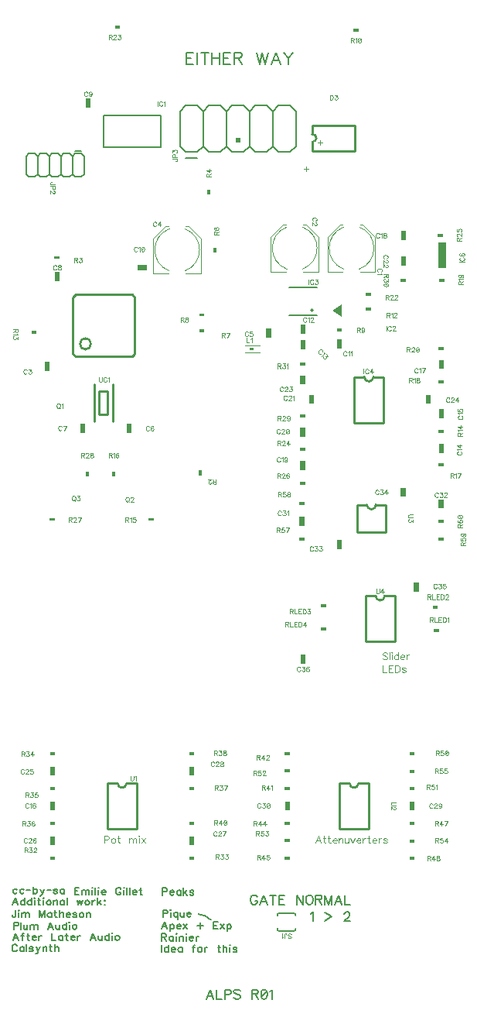
<source format=gto>
G04 DipTrace 4.1.1.0*
G04 alps_final1.GTO*
%MOIN*%
G04 #@! TF.FileFunction,Legend,Top*
G04 #@! TF.Part,Single*
%ADD10C,0.009843*%
%ADD17C,0.01*%
%ADD19C,0.008*%
%ADD22C,0.005984*%
%ADD23C,0.004*%
%ADD28C,0.006*%
%ADD39C,0.002756*%
%ADD100C,0.003088*%
%ADD101C,0.00772*%
%ADD102C,0.006176*%
%ADD104C,0.004632*%
%FSLAX26Y26*%
G04*
G70*
G90*
G75*
G01*
G04 TopSilk*
%LPD*%
X1839983Y3580040D2*
D23*
X1775023Y3580039D1*
X1775020Y3731614D1*
X1828168Y3784764D1*
X1839979D1*
X1914783Y3784766D2*
X1926594D1*
X1979744Y3731617D1*
X1979747Y3580043D1*
X1914786Y3580041D1*
X1843920Y3591851D2*
G02X1843917Y3772953I33463J90552D01*
G01*
X1910849Y3591852D2*
G03X1910846Y3772955I-33467J90551D01*
G01*
X1594879Y3580040D2*
X1529919Y3580039D1*
X1529916Y3731614D1*
X1583065Y3784764D1*
X1594876D1*
X1669679Y3784766D2*
X1681490D1*
X1734640Y3731617D1*
X1734643Y3580043D1*
X1669683Y3580041D1*
X1598816Y3591851D2*
G02X1598813Y3772953I33463J90552D01*
G01*
X1665745Y3591852D2*
G03X1665742Y3772955I-33467J90551D01*
G01*
G36*
X575325Y3153768D2*
Y3192992D1*
X554082D1*
Y3153768D1*
X575325D1*
G37*
X1088088Y3572346D2*
D23*
X1023128Y3572345D1*
X1023125Y3723919D1*
X1076273Y3777070D1*
X1088084D1*
X1162888Y3777072D2*
X1174699D1*
X1227849Y3723923D1*
X1227852Y3572348D1*
X1162891Y3572347D1*
X1092025Y3584157D2*
G02X1092022Y3765259I33463J90552D01*
G01*
X1158954Y3584158D2*
G03X1158951Y3765260I-33467J90551D01*
G01*
G36*
X1509375Y3336362D2*
Y3297138D1*
X1530618D1*
Y3336362D1*
X1509375D1*
G37*
G36*
X907993Y2925425D2*
Y2886201D1*
X929236D1*
Y2925425D1*
X907993D1*
G37*
G36*
X729599Y2886197D2*
Y2925421D1*
X708357D1*
Y2886197D1*
X729599D1*
G37*
G36*
X619081Y3540240D2*
Y3579465D1*
X597838Y3579464D1*
X597839Y3540240D1*
X619081D1*
G37*
G36*
X751928Y4287319D2*
X751927Y4326544D1*
X730684Y4326543D1*
X730685Y4287319D1*
X751928D1*
G37*
G36*
X956170Y3588118D2*
X995395D1*
X995394Y3609361D1*
X956170D1*
Y3588118D1*
G37*
G36*
X1836291Y3249386D2*
Y3288610D1*
X1815048D1*
Y3249386D1*
X1836291D1*
G37*
G36*
X1658758Y3352974D2*
Y3313749D1*
X1680001D1*
Y3352974D1*
X1658758D1*
G37*
G36*
X1656938Y3285858D2*
Y3246634D1*
X1678181D1*
Y3285858D1*
X1656938D1*
G37*
G36*
X2275076Y2800047D2*
Y2839272D1*
X2253833D1*
Y2800047D1*
X2275076D1*
G37*
G36*
X2253469Y2988707D2*
Y2949483D1*
X2274712D1*
Y2988707D1*
X2253469D1*
G37*
G36*
X598791Y1261886D2*
Y1301110D1*
X577548D1*
Y1261886D1*
X598791D1*
G37*
G36*
X2275076Y3161979D2*
Y3201203D1*
X2253833D1*
Y3161979D1*
X2275076D1*
G37*
G36*
X2090349Y3756913D2*
Y3717689D1*
X2111592D1*
Y3756913D1*
X2090349D1*
G37*
G36*
X1655767Y2766210D2*
Y2726986D1*
X1677010D1*
Y2766210D1*
X1655767D1*
G37*
G36*
X1677374Y2870732D2*
Y2909957D1*
X1656131D1*
Y2870732D1*
X1677374D1*
G37*
G36*
X1715326Y3011886D2*
Y3051110D1*
X1694084D1*
Y3011886D1*
X1715326D1*
G37*
G36*
X2112437Y3607886D2*
Y3647110D1*
X2091194D1*
Y3607886D1*
X2112437D1*
G37*
G36*
X1655767Y3134961D2*
Y3095736D1*
X1677010D1*
Y3134961D1*
X1655767D1*
G37*
G36*
X2219756Y3011886D2*
X2219755Y3051110D1*
X2198512D1*
X2198513Y3011886D1*
X2219756D1*
G37*
G36*
X598791Y1411886D2*
Y1451110D1*
X577548D1*
Y1411886D1*
X598791D1*
G37*
G36*
X577185Y1151114D2*
Y1111890D1*
X598427D1*
Y1151114D1*
X577185D1*
G37*
G36*
X1198791Y1111886D2*
Y1151110D1*
X1177548D1*
X1177549Y1111886D1*
X1198791D1*
G37*
G36*
Y1411886D2*
Y1451110D1*
X1177548D1*
Y1411886D1*
X1198791D1*
G37*
G36*
X2148791Y1261886D2*
Y1301110D1*
X2127548D1*
Y1261886D1*
X2148791D1*
G37*
G36*
X1611291D2*
Y1301110D1*
X1590048D1*
Y1261886D1*
X1611291D1*
G37*
G36*
X1673791Y2486886D2*
Y2526110D1*
X1652548D1*
Y2486886D1*
X1673791D1*
G37*
X1707964Y4101281D2*
D10*
X1893011D1*
Y4209560D1*
Y4211522D2*
X1707964D1*
Y4172159D1*
Y4101281D2*
Y4140644D1*
G03X1707964Y4172159I1844J15757D01*
G01*
X809265Y4252312D2*
D28*
Y4116092D1*
X1055249D2*
Y4252312D1*
X809265D2*
X1055249D1*
Y4116092D2*
X809265D1*
X1726766Y3512638D2*
D19*
X1608656D1*
Y3394528D2*
X1726766D1*
X1701057Y3414079D2*
G02X1701057Y3414079I5654J0D01*
G01*
X1889177Y3128155D2*
D10*
Y2931302D1*
X2015145Y3128155D2*
Y2931302D1*
X1889177D2*
X2015145D1*
X1889177Y3128155D2*
X1932473D1*
X1971849D2*
X2015145D1*
X1932473D2*
G03X1971849Y3128155I19688J1D01*
G01*
X723718Y4076325D2*
D28*
X711218Y4088825D1*
X686218D2*
X673718Y4076325D1*
X661218Y4088825D1*
X636218D2*
X623718Y4076325D1*
X611218Y4088825D1*
X586218D2*
X573718Y4076325D1*
X561218Y4088825D1*
X536218D2*
X523718Y4076325D1*
X723718D2*
Y4001327D1*
X711218Y3988827D1*
X686218D1*
X673718Y4001327D1*
X661218Y3988827D1*
X636218D1*
X623718Y4001327D1*
X611218Y3988827D1*
X586218D1*
X573718Y4001327D1*
X561218Y3988827D1*
X536218D1*
X523718Y4001327D1*
X673718D2*
Y4076325D1*
X623718Y4001327D2*
Y4076325D1*
X573718Y4001327D2*
Y4076325D1*
X523718Y4001327D2*
Y4076325D1*
X561218Y4088825D2*
X536218D1*
X611218D2*
X586218D1*
X661218D2*
X636218D1*
X711218D2*
X686218D1*
X523718Y4076325D2*
X511218Y4088825D1*
X486218D2*
X473718Y4076325D1*
X523718Y4001327D2*
X511218Y3988827D1*
X486218D1*
X473718Y4001327D1*
Y4076325D1*
X511218Y4088825D2*
X486218D1*
X711218Y4101325D2*
D19*
X686218D1*
X1137988Y4120804D2*
D28*
X1162988Y4095804D1*
X1212988D2*
X1237988Y4120804D1*
X1262988Y4095804D1*
X1312988D2*
X1337988Y4120804D1*
X1362988Y4095804D1*
X1412988D2*
X1437988Y4120804D1*
X1462988Y4095804D1*
X1512988D2*
X1537988Y4120804D1*
X1137988D2*
Y4270804D1*
X1162988Y4295804D1*
X1212988D1*
X1237988Y4270804D1*
X1262988Y4295804D1*
X1312988D1*
X1337988Y4270804D1*
X1362988Y4295804D1*
X1412988D1*
X1437988Y4270804D1*
X1462988Y4295804D1*
X1512988D1*
X1537988Y4270804D1*
X1237988D2*
Y4120804D1*
X1337988Y4270804D2*
Y4120804D1*
X1437988Y4270804D2*
Y4120804D1*
X1537988Y4270804D2*
Y4120804D1*
X1462988Y4095804D2*
X1512988D1*
X1362988D2*
X1412988D1*
X1262988D2*
X1312988D1*
X1162988D2*
X1212988D1*
X1537988Y4120804D2*
X1562988Y4095804D1*
X1612988D2*
X1637988Y4120804D1*
X1537988Y4270804D2*
X1562988Y4295804D1*
X1612988D1*
X1637988Y4270804D1*
Y4120804D1*
X1562988Y4095804D2*
X1612988D1*
X1162988Y4070804D2*
D19*
X1212988D1*
G36*
X1377988Y4135804D2*
X1397988D1*
Y4155804D1*
X1377988D1*
Y4135804D1*
G37*
X1419725Y3264038D2*
D39*
X1482718D1*
Y3232542D2*
X1419725D1*
G36*
X1439410Y3252227D2*
Y3244353D1*
X1455158D1*
Y3252227D1*
X1439410D1*
G37*
X847191Y3095688D2*
D10*
Y2938207D1*
X768456Y3095688D2*
Y2938207D1*
X789077Y3066948D2*
Y2966948D1*
X826571D1*
Y3066948D1*
X789077D2*
X826571D1*
G36*
X1219453Y2703820D2*
X1232370D1*
Y2725988D1*
X1219452D1*
X1219453Y2703820D1*
G37*
G36*
X595699Y3648093D2*
Y3635176D1*
X617867D1*
Y3648093D1*
X595699D1*
G37*
G36*
X1268521Y3934699D2*
X1255603D1*
Y3912531D1*
X1268521D1*
Y3934699D1*
G37*
G36*
X1294023Y3684180D2*
X1281106D1*
Y3662012D1*
X1294023D1*
Y3684180D1*
G37*
G36*
X1243082Y3320100D2*
Y3333017D1*
X1220914D1*
Y3320099D1*
X1243082Y3320100D1*
G37*
G36*
X1242594Y3388555D2*
Y3401473D1*
X1220426Y3401472D1*
Y3388555D1*
X1242594D1*
G37*
G36*
X1814343Y3337535D2*
Y3324618D1*
X1836511D1*
Y3337535D1*
X1814343D1*
G37*
G36*
X1886505Y4626531D2*
Y4613614D1*
X1908673D1*
Y4626531D1*
X1886505D1*
G37*
G36*
X1961632Y3412965D2*
Y3425882D1*
X1939464D1*
Y3412965D1*
X1961632D1*
G37*
G36*
X497808Y3325035D2*
Y3312118D1*
X519976D1*
Y3325035D1*
X497808D1*
G37*
G36*
X2253128Y2900697D2*
Y2887780D1*
X2275296D1*
Y2900697D1*
X2253128D1*
G37*
G36*
X1024132Y2508567D2*
Y2521484D1*
X1001964D1*
Y2508567D1*
X1024132D1*
G37*
G36*
X844453Y2699422D2*
X857370Y2699423D1*
Y2721591D1*
X844452Y2721590D1*
X844453Y2699422D1*
G37*
G36*
X2275417Y2744877D2*
Y2757794D1*
X2253249D1*
Y2744877D1*
X2275417D1*
G37*
G36*
X2253128Y3112629D2*
Y3099711D1*
X2275296D1*
Y3112629D1*
X2253128D1*
G37*
G36*
X2278168Y3537965D2*
Y3550882D1*
X2256000D1*
Y3537965D1*
X2278168D1*
G37*
G36*
X2275417Y3244307D2*
Y3257224D1*
X2253249D1*
Y3244307D1*
X2275417D1*
G37*
G36*
X1961632Y3475465D2*
Y3488382D1*
X1939464D1*
Y3475465D1*
X1961632D1*
G37*
G36*
X879437Y4626575D2*
Y4639492D1*
X857269D1*
Y4626575D1*
X879437D1*
G37*
G36*
X1677715Y2809311D2*
Y2822228D1*
X1655547D1*
Y2809311D1*
X1677715D1*
G37*
G36*
X2248606Y3743614D2*
Y3730697D1*
X2270774D1*
Y3743614D1*
X2248606D1*
G37*
G36*
X1655426Y2677633D2*
Y2664715D1*
X1677594D1*
Y2677633D1*
X1655426D1*
G37*
G36*
X596917Y2508567D2*
Y2521484D1*
X574749D1*
Y2508567D1*
X596917D1*
G37*
G36*
X731953Y2699422D2*
X744870Y2699423D1*
Y2721591D1*
X731952Y2721590D1*
X731953Y2699422D1*
G37*
G36*
X1677715Y2953060D2*
Y2965978D1*
X1655547D1*
Y2953060D1*
X1677715D1*
G37*
G36*
X2089294Y3550291D2*
Y3537374D1*
X2111462D1*
Y3550291D1*
X2089294D1*
G37*
G36*
X1655426Y3190131D2*
Y3177214D1*
X1677594D1*
Y3190132D1*
X1655426Y3190131D1*
G37*
G36*
X599132Y1050465D2*
Y1063382D1*
X576964D1*
Y1050465D1*
X599132D1*
G37*
G36*
X1176843Y1062535D2*
Y1049618D1*
X1199011D1*
Y1062535D1*
X1176843D1*
G37*
G36*
X576843Y1512535D2*
Y1499618D1*
X599011D1*
Y1512535D1*
X576843D1*
G37*
G36*
X599132Y1350465D2*
Y1363382D1*
X576964D1*
Y1350464D1*
X599132Y1350465D1*
G37*
G36*
X576843Y1212535D2*
Y1199618D1*
X599011D1*
Y1212535D1*
X576843D1*
G37*
G36*
X1176843Y1362535D2*
Y1349618D1*
X1199011D1*
Y1362535D1*
X1176843D1*
G37*
G36*
X1199132Y1500465D2*
Y1513382D1*
X1176964D1*
Y1500465D1*
X1199132D1*
G37*
G36*
Y1200465D2*
Y1213382D1*
X1176964D1*
Y1200464D1*
X1199132Y1200465D1*
G37*
G36*
X1589343Y1362535D2*
Y1349618D1*
X1611511D1*
Y1362535D1*
X1589343D1*
G37*
G36*
Y1512535D2*
Y1499618D1*
X1611511D1*
Y1512535D1*
X1589343D1*
G37*
G36*
Y1212535D2*
Y1199618D1*
X1611511D1*
Y1212535D1*
X1589343D1*
G37*
G36*
Y1062535D2*
Y1049618D1*
X1611511D1*
Y1062535D1*
X1589343D1*
G37*
G36*
X2149132Y1200465D2*
Y1213382D1*
X2126964Y1213381D1*
Y1200464D1*
X2149132Y1200465D1*
G37*
G36*
Y1050465D2*
Y1063382D1*
X2126964D1*
Y1050465D1*
X2149132D1*
G37*
G36*
Y1500465D2*
Y1513382D1*
X2126964D1*
Y1500465D1*
X2149132D1*
G37*
G36*
Y1350465D2*
Y1363382D1*
X2126964D1*
Y1350465D1*
X2149132D1*
G37*
G36*
X1611632Y1425465D2*
Y1438382D1*
X1589464D1*
Y1425465D1*
X1611632D1*
G37*
G36*
Y1125465D2*
Y1138382D1*
X1589464D1*
Y1125465D1*
X1611632D1*
G37*
G36*
X2126843Y1137535D2*
Y1124618D1*
X2149011D1*
Y1137535D1*
X2126843D1*
G37*
G36*
Y1437535D2*
Y1424618D1*
X2149011D1*
Y1437535D1*
X2126843D1*
G37*
G36*
X1651843Y2437535D2*
Y2424618D1*
X1674011D1*
Y2437535D1*
X1651843D1*
G37*
G36*
X1674132Y2575465D2*
Y2588382D1*
X1651964D1*
Y2575465D1*
X1674132D1*
G37*
X1565275Y820966D2*
D19*
X1628266D1*
X1565275Y742226D2*
G02X1557400Y754035I1957J9836D01*
G01*
X1636140D2*
G02X1628266Y742226I-9840J-1969D01*
G01*
X1636140Y809155D2*
G03X1628266Y820966I-9835J1973D01*
G01*
X1565275D2*
G03X1557400Y809155I1964J-9840D01*
G01*
X1628266Y742226D2*
X1565275D1*
X825004Y1379927D2*
D10*
Y1183073D1*
X950972Y1379927D2*
Y1183073D1*
X825004D2*
X950972D1*
X825004Y1379927D2*
X868300D1*
X907676D2*
X950972D1*
X868300D2*
G03X907676Y1379927I19688J1D01*
G01*
X1825004D2*
Y1183073D1*
X1950972Y1379927D2*
Y1183073D1*
X1825004D2*
X1950972D1*
X1825004Y1379927D2*
X1868300D1*
X1907676D2*
X1950972D1*
X1868300D2*
G03X1907676Y1379927I19688J1D01*
G01*
X1900004Y2578055D2*
Y2459945D1*
X2025972Y2578055D2*
Y2459945D1*
X1900004D2*
X2025972D1*
X1900004Y2578055D2*
X1943300D1*
X1982676D2*
X2025972D1*
X1943300D2*
G03X1982676Y2578055I19688J-13D01*
G01*
G36*
X2273791Y2561886D2*
Y2601110D1*
X2252548D1*
Y2561886D1*
X2273791D1*
G37*
G36*
X2251843Y2437535D2*
Y2424618D1*
X2274011D1*
Y2437535D1*
X2251843D1*
G37*
G36*
X2274132Y2500465D2*
Y2513382D1*
X2251964D1*
Y2500465D1*
X2274132D1*
G37*
X675882Y3470870D2*
D17*
X686708Y3481697D1*
X930803D1*
X941630Y3470870D1*
Y3226776D1*
X930803Y3215949D1*
X686708D1*
X675882Y3226776D1*
Y3470870D1*
X706393Y3270083D2*
G02X706393Y3270083I23622J0D01*
G01*
G36*
X1814685Y2426114D2*
Y2386890D1*
X1835927D1*
Y2426114D1*
X1814685D1*
G37*
G36*
X2089685Y2651114D2*
Y2611890D1*
X2110927D1*
Y2651114D1*
X2089685D1*
G37*
X1937504Y2186177D2*
D10*
Y1989324D1*
X2063472Y2186177D2*
Y1989324D1*
X1937504D2*
X2063472D1*
X1937504Y2186177D2*
X1980800D1*
X2020176D2*
X2063472D1*
X1980800D2*
G03X2020176Y2186177I19688J1D01*
G01*
G36*
X2233093Y2043786D2*
Y2030869D1*
X2255261D1*
Y2043786D1*
X2233093D1*
G37*
G36*
X2226843Y2143786D2*
Y2130869D1*
X2249011D1*
Y2143786D1*
X2226843D1*
G37*
G36*
X1767882Y2137965D2*
Y2150882D1*
X1745714D1*
Y2137965D1*
X1767882D1*
G37*
G36*
Y2037965D2*
Y2050882D1*
X1745714D1*
Y2037965D1*
X1767882D1*
G37*
G36*
X2166934Y2204123D2*
Y2243348D1*
X2145691D1*
Y2204123D1*
X2166934D1*
G37*
G36*
X1679317Y1893551D2*
Y1932776D1*
X1658074D1*
Y1893551D1*
X1679317D1*
G37*
G36*
X2251748Y3707558D2*
X2286231D1*
Y3595209D1*
X2251748D1*
Y3707558D1*
G37*
X1270506Y791273D2*
D22*
G03X1215547Y816932I-61603J-60261D01*
G01*
G36*
X1796290Y3413909D2*
X1834366Y3441324D1*
X1835127Y3385734D1*
D1*
X1796290Y3413909D1*
G37*
G36*
X1740643Y4147455D2*
Y4138006D1*
X1730670Y4137481D1*
Y4133807D1*
X1740643Y4133282D1*
Y4123833D1*
X1744318D1*
Y4133282D1*
X1754292Y4133807D1*
Y4137481D1*
X1744318Y4138006D1*
Y4147455D1*
X1740643D1*
G37*
G36*
X1680801Y4034069D2*
Y4024621D1*
X1670827Y4024096D1*
Y4020421D1*
X1680801Y4019896D1*
Y4010447D1*
X1684475D1*
Y4019896D1*
X1694449Y4020421D1*
Y4024096D1*
X1684475Y4024621D1*
Y4034069D1*
X1680801D1*
G37*
X434676Y920064D2*
D28*
X431790Y922949D1*
X428905Y924375D1*
X424628D1*
X421742Y922949D1*
X418891Y920064D1*
X417431Y915753D1*
Y912901D1*
X418891Y908590D1*
X421742Y905738D1*
X424628Y904279D1*
X428905D1*
X431790Y905738D1*
X434676Y908590D1*
X463920Y920064D2*
X461035Y922949D1*
X458149Y924375D1*
X453872D1*
X450987Y922949D1*
X448135Y920064D1*
X446676Y915753D1*
Y912901D1*
X448135Y908590D1*
X450987Y905738D1*
X453872Y904279D1*
X458149D1*
X461035Y905738D1*
X463920Y908590D1*
X475920Y919334D2*
X492500D1*
X504500Y934423D2*
Y904279D1*
Y920064D2*
X507386Y922949D1*
X510237Y924375D1*
X514548D1*
X517400Y922949D1*
X520285Y920064D1*
X521711Y915753D1*
Y912901D1*
X520285Y908590D1*
X517400Y905738D1*
X514548Y904279D1*
X510237D1*
X507386Y905738D1*
X504500Y908590D1*
X535171Y924375D2*
X543759Y904279D1*
X540907Y898542D1*
X538022Y895657D1*
X535171Y894231D1*
X533711D1*
X552381Y924375D2*
X543759Y904279D1*
X564381Y919334D2*
X580962D1*
X608747Y920064D2*
X607321Y922949D1*
X603010Y924375D1*
X598699D1*
X594388Y922949D1*
X592962Y920064D1*
X594388Y917212D1*
X597273Y915753D1*
X604436Y914327D1*
X607321Y912901D1*
X608747Y910016D1*
Y908590D1*
X607321Y905738D1*
X603010Y904279D1*
X598699D1*
X594388Y905738D1*
X592962Y908590D1*
X637958Y924375D2*
Y904279D1*
Y920064D2*
X635106Y922949D1*
X632221Y924375D1*
X627943D1*
X625058Y922949D1*
X622206Y920064D1*
X620747Y915753D1*
Y912901D1*
X622206Y908590D1*
X625058Y905738D1*
X627943Y904279D1*
X632221D1*
X635106Y905738D1*
X637958Y908590D1*
X702467Y930047D2*
X683830D1*
Y899903D1*
X702467D1*
X683830Y915688D2*
X695304D1*
X714467Y919999D2*
Y899903D1*
Y914263D2*
X718778Y918574D1*
X721663Y919999D1*
X725941D1*
X728826Y918574D1*
X730252Y914263D1*
Y899903D1*
Y914263D2*
X734563Y918574D1*
X737448Y919999D1*
X741726D1*
X744611Y918574D1*
X746070Y914263D1*
Y899903D1*
X758070Y930047D2*
X759496Y928622D1*
X760955Y930047D1*
X759496Y931507D1*
X758070Y930047D1*
X759496Y919999D2*
Y899903D1*
X772955Y930047D2*
Y899903D1*
X784955Y930047D2*
X786381Y928622D1*
X787841Y930047D1*
X786381Y931507D1*
X784955Y930047D1*
X786381Y919999D2*
Y899903D1*
X799841Y911377D2*
X817051D1*
Y914263D1*
X815625Y917148D1*
X814200Y918574D1*
X811314Y919999D1*
X807003D1*
X804152Y918574D1*
X801266Y915688D1*
X799841Y911377D1*
Y908526D1*
X801266Y904215D1*
X804152Y901363D1*
X807003Y899903D1*
X811314D1*
X814200Y901363D1*
X817051Y904215D1*
X882470Y922885D2*
X881044Y925736D1*
X878159Y928622D1*
X875308Y930047D1*
X869571D1*
X866685Y928622D1*
X863834Y925736D1*
X862374Y922885D1*
X860948Y918574D1*
Y911377D1*
X862374Y907100D1*
X863834Y904215D1*
X866685Y901363D1*
X869571Y899903D1*
X875308D1*
X878159Y901363D1*
X881044Y904215D1*
X882470Y907100D1*
Y911377D1*
X875308D1*
X894470Y930047D2*
X895896Y928622D1*
X897356Y930047D1*
X895896Y931507D1*
X894470Y930047D1*
X895896Y919999D2*
Y899903D1*
X909356Y930047D2*
Y899903D1*
X921356Y930047D2*
Y899903D1*
X933356Y911377D2*
X950566D1*
Y914263D1*
X949140Y917148D1*
X947715Y918574D1*
X944829Y919999D1*
X940518D1*
X937667Y918574D1*
X934781Y915688D1*
X933356Y911377D1*
Y908526D1*
X934781Y904215D1*
X937667Y901363D1*
X940518Y899903D1*
X944829D1*
X947715Y901363D1*
X950566Y904215D1*
X966877Y930047D2*
Y905640D1*
X968303Y901363D1*
X971188Y899903D1*
X974040D1*
X962566Y919999D2*
X972614D1*
X1196249Y4524986D2*
D101*
X1165188D1*
Y4474746D1*
X1196249D1*
X1165188Y4501054D2*
X1184311D1*
X1211688Y4524986D2*
Y4474746D1*
X1243874Y4524986D2*
Y4474746D1*
X1227128Y4524986D2*
X1260621D1*
X1276060D2*
Y4474746D1*
X1309553Y4524986D2*
Y4474746D1*
X1276060Y4501054D2*
X1309553D1*
X1356054Y4524986D2*
X1324993D1*
Y4474746D1*
X1356054D1*
X1324993Y4501054D2*
X1344116D1*
X1371493D2*
X1392993D1*
X1400178Y4503486D1*
X1402610Y4505863D1*
X1404987Y4510616D1*
Y4515425D1*
X1402610Y4520178D1*
X1400178Y4522610D1*
X1392993Y4524986D1*
X1371493D1*
Y4474746D1*
X1388240Y4501054D2*
X1404987Y4474746D1*
X1469027Y4524986D2*
X1481020Y4474746D1*
X1492959Y4524986D1*
X1504897Y4474746D1*
X1516890Y4524986D1*
X1570631Y4474746D2*
X1551453Y4524986D1*
X1532330Y4474746D1*
X1539515Y4491493D2*
X1563446D1*
X1586071Y4524986D2*
X1605194Y4501054D1*
Y4474746D1*
X1624317Y4524986D2*
X1605194Y4501054D1*
X1470501Y888606D2*
D102*
X1468600Y892408D1*
X1464753Y896255D1*
X1460951Y898156D1*
X1453301D1*
X1449455Y896255D1*
X1445652Y892408D1*
X1443707Y888606D1*
X1441805Y882858D1*
Y873263D1*
X1443707Y867559D1*
X1445652Y863712D1*
X1449455Y859910D1*
X1453301Y857964D1*
X1460951D1*
X1464753Y859910D1*
X1468600Y863712D1*
X1470501Y867559D1*
Y873263D1*
X1460951D1*
X1513494Y857964D2*
X1498151Y898156D1*
X1482853Y857964D1*
X1488601Y871361D2*
X1507746D1*
X1539243Y898156D2*
Y857964D1*
X1525846Y898156D2*
X1552640D1*
X1589841D2*
X1564992D1*
Y857964D1*
X1589841D1*
X1564992Y879011D2*
X1580290D1*
X1667868Y898156D2*
Y857964D1*
X1641073Y898156D1*
Y857964D1*
X1691715Y898156D2*
X1687868Y896255D1*
X1684066Y892408D1*
X1682120Y888606D1*
X1680219Y882858D1*
Y873263D1*
X1682120Y867559D1*
X1684066Y863712D1*
X1687868Y859910D1*
X1691715Y857964D1*
X1699364D1*
X1703167Y859910D1*
X1707014Y863712D1*
X1708915Y867559D1*
X1710816Y873263D1*
Y882858D1*
X1708915Y888606D1*
X1707014Y892408D1*
X1703167Y896255D1*
X1699364Y898156D1*
X1691715D1*
X1723168Y879011D2*
X1740367D1*
X1746116Y880956D1*
X1748061Y882858D1*
X1749962Y886660D1*
Y890507D1*
X1748061Y894309D1*
X1746116Y896255D1*
X1740367Y898156D1*
X1723168D1*
Y857964D1*
X1736565Y879011D2*
X1749962Y857964D1*
X1792911D2*
Y898156D1*
X1777612Y857964D1*
X1762314Y898156D1*
Y857964D1*
X1835904D2*
X1820561Y898156D1*
X1805262Y857964D1*
X1811010Y871361D2*
X1830156D1*
X1848255Y898156D2*
Y857964D1*
X1871203D1*
X1701752Y817638D2*
X1705599Y819583D1*
X1711347Y825287D1*
Y785139D1*
X1762579Y822435D2*
X1793176Y805191D1*
X1762579Y787991D1*
X1846354Y815737D2*
Y817638D1*
X1848255Y821485D1*
X1850156Y823386D1*
X1854003Y825287D1*
X1861652D1*
X1865455Y823386D1*
X1867356Y821485D1*
X1869302Y817638D1*
Y813835D1*
X1867356Y809989D1*
X1863554Y804285D1*
X1844408Y785139D1*
X1871203D1*
X420044Y765707D2*
D28*
X432977D1*
X437255Y767133D1*
X438714Y768592D1*
X440140Y771444D1*
Y775755D1*
X438714Y778607D1*
X437255Y780066D1*
X432977Y781492D1*
X420044D1*
Y751348D1*
X452140Y781492D2*
Y751348D1*
X464140Y771444D2*
Y757085D1*
X465566Y752807D1*
X468451Y751348D1*
X472762D1*
X475614Y752807D1*
X479925Y757085D1*
Y771444D2*
Y751348D1*
X491925Y771444D2*
Y751348D1*
Y765707D2*
X496236Y770018D1*
X499121Y771444D1*
X503399D1*
X506284Y770018D1*
X507710Y765707D1*
Y751348D1*
Y765707D2*
X512021Y770018D1*
X514906Y771444D1*
X519184D1*
X522069Y770018D1*
X523528Y765707D1*
Y751348D1*
X590406D2*
X578899Y781492D1*
X567425Y751348D1*
X571736Y761396D2*
X586095D1*
X602406Y771444D2*
Y757085D1*
X603832Y752807D1*
X606718Y751348D1*
X611029D1*
X613880Y752807D1*
X618191Y757085D1*
Y771444D2*
Y751348D1*
X647402Y781492D2*
Y751348D1*
Y767133D2*
X644550Y770018D1*
X641665Y771444D1*
X637354D1*
X634502Y770018D1*
X631617Y767133D1*
X630191Y762822D1*
Y759970D1*
X631617Y755659D1*
X634502Y752807D1*
X637354Y751348D1*
X641665D1*
X644550Y752807D1*
X647402Y755659D1*
X659402Y781492D2*
X660828Y780066D1*
X662287Y781492D1*
X660828Y782951D1*
X659402Y781492D1*
X660828Y771444D2*
Y751348D1*
X681450Y771444D2*
X678598Y770018D1*
X675713Y767133D1*
X674287Y762822D1*
Y759970D1*
X675713Y755659D1*
X678598Y752807D1*
X681450Y751348D1*
X685761D1*
X688646Y752807D1*
X691498Y755659D1*
X692958Y759970D1*
Y762822D1*
X691498Y767133D1*
X688646Y770018D1*
X685761Y771444D1*
X681450D1*
X441306Y703739D2*
X429799Y733883D1*
X418325Y703739D1*
X422636Y713787D2*
X436995D1*
X464780Y733883D2*
X461928D1*
X459043Y732458D1*
X457617Y728146D1*
Y703739D1*
X453306Y723835D2*
X463354D1*
X481091Y733883D2*
Y709476D1*
X482517Y705199D1*
X485402Y703739D1*
X488254D1*
X476780Y723835D2*
X486828D1*
X500254Y715213D2*
X517465D1*
Y718098D1*
X516039Y720984D1*
X514613Y722409D1*
X511728Y723835D1*
X507417D1*
X504565Y722409D1*
X501680Y719524D1*
X500254Y715213D1*
Y712361D1*
X501680Y708050D1*
X504565Y705199D1*
X507417Y703739D1*
X511728D1*
X514613Y705199D1*
X517465Y708050D1*
X529465Y723835D2*
Y703739D1*
Y715213D2*
X530924Y719524D1*
X533776Y722409D1*
X536661Y723835D1*
X540972D1*
X584869Y733883D2*
Y703739D1*
X602080D1*
X631291Y723835D2*
Y703739D1*
Y719524D2*
X628439Y722409D1*
X625554Y723835D1*
X621276D1*
X618391Y722409D1*
X615539Y719524D1*
X614080Y715213D1*
Y712361D1*
X615539Y708050D1*
X618391Y705199D1*
X621276Y703739D1*
X625554D1*
X628439Y705199D1*
X631291Y708050D1*
X647602Y733883D2*
Y709476D1*
X649028Y705199D1*
X651913Y703739D1*
X654765D1*
X643291Y723835D2*
X653339D1*
X666765Y715213D2*
X683976D1*
Y718098D1*
X682550Y720984D1*
X681124Y722409D1*
X678239Y723835D1*
X673928D1*
X671076Y722409D1*
X668191Y719524D1*
X666765Y715213D1*
Y712361D1*
X668191Y708050D1*
X671076Y705199D1*
X673928Y703739D1*
X678239D1*
X681124Y705199D1*
X683976Y708050D1*
X695976Y723835D2*
Y703739D1*
Y715213D2*
X697435Y719524D1*
X700287Y722409D1*
X703172Y723835D1*
X707483D1*
X774361Y703739D2*
X762854Y733883D1*
X751380Y703739D1*
X755691Y713787D2*
X770050D1*
X786361Y723835D2*
Y709476D1*
X787787Y705199D1*
X790672Y703739D1*
X794983D1*
X797835Y705199D1*
X802146Y709476D1*
Y723835D2*
Y703739D1*
X831357Y733883D2*
Y703739D1*
Y719524D2*
X828505Y722409D1*
X825620Y723835D1*
X821309D1*
X818457Y722409D1*
X815572Y719524D1*
X814146Y715213D1*
Y712361D1*
X815572Y708050D1*
X818457Y705199D1*
X821309Y703739D1*
X825620D1*
X828505Y705199D1*
X831357Y708050D1*
X843357Y733883D2*
X844783Y732458D1*
X846242Y733883D1*
X844783Y735343D1*
X843357Y733883D1*
X844783Y723835D2*
Y703739D1*
X865405Y723835D2*
X862553Y722409D1*
X859668Y719524D1*
X858242Y715213D1*
Y712361D1*
X859668Y708050D1*
X862553Y705199D1*
X865405Y703739D1*
X869716D1*
X872601Y705199D1*
X875453Y708050D1*
X876912Y712361D1*
Y715213D1*
X875453Y719524D1*
X872601Y722409D1*
X869716Y723835D1*
X865405D1*
X438695Y855243D2*
X427188Y885387D1*
X415714Y855243D1*
X420025Y865291D2*
X434384D1*
X467906Y885387D2*
Y855243D1*
Y871028D2*
X465054Y873913D1*
X462169Y875339D1*
X457858D1*
X455006Y873913D1*
X452121Y871028D1*
X450695Y866717D1*
Y863865D1*
X452121Y859554D1*
X455006Y856703D1*
X457858Y855243D1*
X462169D1*
X465054Y856703D1*
X467906Y859554D1*
X497117Y885387D2*
Y855243D1*
Y871028D2*
X494265Y873913D1*
X491380Y875339D1*
X487069D1*
X484217Y873913D1*
X481332Y871028D1*
X479906Y866717D1*
Y863865D1*
X481332Y859554D1*
X484217Y856703D1*
X487069Y855243D1*
X491380D1*
X494265Y856703D1*
X497117Y859554D1*
X509117Y885387D2*
X510542Y883961D1*
X512002Y885387D1*
X510542Y886847D1*
X509117Y885387D1*
X510542Y875339D2*
Y855243D1*
X528313Y885387D2*
Y860980D1*
X529739Y856703D1*
X532624Y855243D1*
X535476D1*
X524002Y875339D2*
X534050D1*
X547476Y885387D2*
X548901Y883961D1*
X550361Y885387D1*
X548901Y886847D1*
X547476Y885387D1*
X548901Y875339D2*
Y855243D1*
X569524Y875339D2*
X566672Y873913D1*
X563787Y871028D1*
X562361Y866717D1*
Y863865D1*
X563787Y859554D1*
X566672Y856703D1*
X569524Y855243D1*
X573835D1*
X576720Y856703D1*
X579572Y859554D1*
X581031Y863865D1*
Y866717D1*
X579572Y871028D1*
X576720Y873913D1*
X573835Y875339D1*
X569524D1*
X593031D2*
Y855243D1*
Y869602D2*
X597342Y873913D1*
X600227Y875339D1*
X604505D1*
X607390Y873913D1*
X608816Y869602D1*
Y855243D1*
X638027Y875339D2*
Y855243D1*
Y871028D2*
X635175Y873913D1*
X632290Y875339D1*
X628012D1*
X625127Y873913D1*
X622275Y871028D1*
X620816Y866717D1*
Y863865D1*
X622275Y859554D1*
X625127Y856703D1*
X628012Y855243D1*
X632290D1*
X635175Y856703D1*
X638027Y859554D1*
X650027Y885387D2*
Y855243D1*
X693924Y875339D2*
X699661Y855243D1*
X705398Y875339D1*
X711135Y855243D1*
X716872Y875339D1*
X736034D2*
X733183Y873913D1*
X730297Y871028D1*
X728872Y866717D1*
Y863865D1*
X730297Y859554D1*
X733183Y856703D1*
X736034Y855243D1*
X740345D1*
X743231Y856703D1*
X746082Y859554D1*
X747542Y863865D1*
Y866717D1*
X746082Y871028D1*
X743231Y873913D1*
X740345Y875339D1*
X736034D1*
X759542D2*
Y855243D1*
Y866717D2*
X761001Y871028D1*
X763853Y873913D1*
X766738Y875339D1*
X771049D1*
X783049Y885387D2*
Y855243D1*
X797408Y875339D2*
X783049Y860980D1*
X788786Y866717D2*
X798834Y855243D1*
X812293Y875339D2*
X810834Y873880D1*
X812293Y872454D1*
X813719Y873880D1*
X812293Y875339D1*
Y858128D2*
X810834Y856669D1*
X812293Y855243D1*
X813719Y856669D1*
X812293Y858128D1*
X428994Y832797D2*
Y809849D1*
X427568Y805538D1*
X426109Y804112D1*
X423257Y802653D1*
X420372D1*
X417520Y804112D1*
X416094Y805538D1*
X414635Y809849D1*
Y812701D1*
X440994Y832797D2*
X442420Y831371D1*
X443879Y832797D1*
X442420Y834256D1*
X440994Y832797D1*
X442420Y822749D2*
Y802653D1*
X455879Y822749D2*
Y802653D1*
Y817012D2*
X460190Y821323D1*
X463075Y822749D1*
X467353D1*
X470238Y821323D1*
X471664Y817012D1*
Y802653D1*
Y817012D2*
X475975Y821323D1*
X478860Y822749D1*
X483138D1*
X486023Y821323D1*
X487482Y817012D1*
Y802653D1*
X554327D2*
Y832797D1*
X542853Y802653D1*
X531379Y832797D1*
Y802653D1*
X583538Y822749D2*
Y802653D1*
Y818438D2*
X580686Y821323D1*
X577801Y822749D1*
X573523D1*
X570638Y821323D1*
X567786Y818438D1*
X566327Y814127D1*
Y811275D1*
X567786Y806964D1*
X570638Y804112D1*
X573523Y802653D1*
X577801D1*
X580686Y804112D1*
X583538Y806964D1*
X599849Y832797D2*
Y808390D1*
X601275Y804112D1*
X604160Y802653D1*
X607012D1*
X595538Y822749D2*
X605586D1*
X619012Y832797D2*
Y802653D1*
Y817012D2*
X623323Y821323D1*
X626208Y822749D1*
X630519D1*
X633371Y821323D1*
X634797Y817012D1*
Y802653D1*
X646797Y814127D2*
X664008D1*
Y817012D1*
X662582Y819897D1*
X661156Y821323D1*
X658271Y822749D1*
X653960D1*
X651108Y821323D1*
X648223Y818438D1*
X646797Y814127D1*
Y811275D1*
X648223Y806964D1*
X651108Y804112D1*
X653960Y802653D1*
X658271D1*
X661156Y804112D1*
X664008Y806964D1*
X691793Y818438D2*
X690367Y821323D1*
X686056Y822749D1*
X681745D1*
X677434Y821323D1*
X676008Y818438D1*
X677434Y815586D1*
X680319Y814127D1*
X687482Y812701D1*
X690367Y811275D1*
X691793Y808390D1*
Y806964D1*
X690367Y804112D1*
X686056Y802653D1*
X681745D1*
X677434Y804112D1*
X676008Y806964D1*
X710956Y822749D2*
X708104Y821323D1*
X705219Y818438D1*
X703793Y814127D1*
Y811275D1*
X705219Y806964D1*
X708104Y804112D1*
X710956Y802653D1*
X715267D1*
X718152Y804112D1*
X721004Y806964D1*
X722463Y811275D1*
Y814127D1*
X721004Y818438D1*
X718152Y821323D1*
X715267Y822749D1*
X710956D1*
X734463D2*
Y802653D1*
Y817012D2*
X738774Y821323D1*
X741659Y822749D1*
X745937D1*
X748822Y821323D1*
X750248Y817012D1*
Y802653D1*
X1062034Y912613D2*
X1074967D1*
X1079245Y914039D1*
X1080704Y915498D1*
X1082130Y918350D1*
Y922661D1*
X1080704Y925513D1*
X1079245Y926972D1*
X1074967Y928398D1*
X1062034D1*
Y898254D1*
X1094130Y909728D2*
X1111341D1*
Y912613D1*
X1109915Y915498D1*
X1108489Y916924D1*
X1105604Y918350D1*
X1101293D1*
X1098441Y916924D1*
X1095556Y914039D1*
X1094130Y909728D1*
Y906876D1*
X1095556Y902565D1*
X1098441Y899713D1*
X1101293Y898254D1*
X1105604D1*
X1108489Y899713D1*
X1111341Y902565D1*
X1140552Y918350D2*
Y898254D1*
Y914039D2*
X1137700Y916924D1*
X1134815Y918350D1*
X1130537D1*
X1127652Y916924D1*
X1124800Y914039D1*
X1123341Y909728D1*
Y906876D1*
X1124800Y902565D1*
X1127652Y899713D1*
X1130537Y898254D1*
X1134815D1*
X1137700Y899713D1*
X1140552Y902565D1*
X1152552Y928398D2*
Y898254D1*
X1166911Y918350D2*
X1152552Y903991D1*
X1158289Y909728D2*
X1168337Y898254D1*
X1196122Y914039D2*
X1194696Y916924D1*
X1190385Y918350D1*
X1186074D1*
X1181763Y916924D1*
X1180337Y914039D1*
X1181763Y911187D1*
X1184648Y909728D1*
X1191811Y908302D1*
X1194696Y906876D1*
X1196122Y903991D1*
Y902565D1*
X1194696Y899713D1*
X1190385Y898254D1*
X1186074D1*
X1181763Y899713D1*
X1180337Y902565D1*
X1063340Y818589D2*
X1076273D1*
X1080550Y820015D1*
X1082010Y821474D1*
X1083436Y824326D1*
Y828637D1*
X1082010Y831489D1*
X1080550Y832948D1*
X1076273Y834374D1*
X1063340D1*
Y804230D1*
X1095436Y834374D2*
X1096862Y832948D1*
X1098321Y834374D1*
X1096862Y835833D1*
X1095436Y834374D1*
X1096862Y824326D2*
Y804230D1*
X1127532Y824326D2*
Y794182D1*
Y820015D2*
X1124680Y822867D1*
X1121795Y824326D1*
X1117484D1*
X1114632Y822867D1*
X1111747Y820015D1*
X1110321Y815704D1*
Y812819D1*
X1111747Y808541D1*
X1114632Y805656D1*
X1117484Y804230D1*
X1121795D1*
X1124680Y805656D1*
X1127532Y808541D1*
X1139532Y824326D2*
Y809967D1*
X1140958Y805689D1*
X1143843Y804230D1*
X1148154D1*
X1151006Y805689D1*
X1155317Y809967D1*
Y824326D2*
Y804230D1*
X1167317Y815704D2*
X1184527D1*
Y818589D1*
X1183102Y821474D1*
X1181676Y822900D1*
X1178790Y824326D1*
X1174479D1*
X1171628Y822900D1*
X1168742Y820015D1*
X1167317Y815704D1*
Y812852D1*
X1168742Y808541D1*
X1171628Y805689D1*
X1174479Y804230D1*
X1178790D1*
X1181676Y805689D1*
X1184527Y808541D1*
X1082403Y752217D2*
X1070896Y782361D1*
X1059422Y752217D1*
X1063733Y762265D2*
X1078092D1*
X1094403Y772313D2*
Y742169D1*
Y768002D2*
X1097288Y770854D1*
X1100140Y772313D1*
X1104451D1*
X1107336Y770854D1*
X1110188Y768002D1*
X1111647Y763691D1*
Y760806D1*
X1110188Y756528D1*
X1107336Y753643D1*
X1104451Y752217D1*
X1100140D1*
X1097288Y753643D1*
X1094403Y756528D1*
X1123647Y763691D2*
X1140858D1*
Y766576D1*
X1139432Y769461D1*
X1138006Y770887D1*
X1135121Y772313D1*
X1130810D1*
X1127958Y770887D1*
X1125073Y768002D1*
X1123647Y763691D1*
Y760839D1*
X1125073Y756528D1*
X1127958Y753676D1*
X1130810Y752217D1*
X1135121D1*
X1138006Y753676D1*
X1140858Y756528D1*
X1152858Y772313D2*
X1168643Y752217D1*
Y772313D2*
X1152858Y752217D1*
X1225440Y780189D2*
Y754356D1*
X1212540Y767256D2*
X1238373D1*
X1300907Y782361D2*
X1282270D1*
Y752217D1*
X1300907D1*
X1282270Y768002D2*
X1293744D1*
X1312907Y772313D2*
X1328692Y752217D1*
Y772313D2*
X1312907Y752217D1*
X1340692Y772313D2*
Y742169D1*
Y768002D2*
X1343577Y770854D1*
X1346429Y772313D1*
X1350740D1*
X1353625Y770854D1*
X1356477Y768002D1*
X1357936Y763691D1*
Y760806D1*
X1356477Y756528D1*
X1353625Y753643D1*
X1350740Y752217D1*
X1346429D1*
X1343577Y753643D1*
X1340692Y756528D1*
X1059422Y717314D2*
X1072322D1*
X1076633Y718774D1*
X1078092Y720200D1*
X1079518Y723051D1*
Y725937D1*
X1078092Y728788D1*
X1076633Y730248D1*
X1072322Y731673D1*
X1059422D1*
Y701529D1*
X1069470Y717314D2*
X1079518Y701529D1*
X1108729Y721625D2*
Y701529D1*
Y717314D2*
X1105877Y720200D1*
X1102992Y721625D1*
X1098714D1*
X1095829Y720200D1*
X1092977Y717314D1*
X1091518Y713003D1*
Y710152D1*
X1092977Y705841D1*
X1095829Y702989D1*
X1098714Y701529D1*
X1102992D1*
X1105877Y702989D1*
X1108729Y705841D1*
X1120729Y731673D2*
X1122155Y730248D1*
X1123614Y731673D1*
X1122155Y733133D1*
X1120729Y731673D1*
X1122155Y721625D2*
Y701529D1*
X1135614Y721625D2*
Y701529D1*
Y715889D2*
X1139925Y720200D1*
X1142810Y721625D1*
X1147088D1*
X1149973Y720200D1*
X1151399Y715889D1*
Y701529D1*
X1163399Y731673D2*
X1164825Y730248D1*
X1166284Y731673D1*
X1164825Y733133D1*
X1163399Y731673D1*
X1164825Y721625D2*
Y701529D1*
X1178284Y713003D2*
X1195495D1*
Y715889D1*
X1194069Y718774D1*
X1192643Y720200D1*
X1189758Y721625D1*
X1185447D1*
X1182595Y720200D1*
X1179710Y717314D1*
X1178284Y713003D1*
Y710152D1*
X1179710Y705841D1*
X1182595Y702989D1*
X1185447Y701529D1*
X1189758D1*
X1192643Y702989D1*
X1195495Y705841D1*
X1207495Y721625D2*
Y701529D1*
Y713003D2*
X1208954Y717314D1*
X1211806Y720200D1*
X1214691Y721625D1*
X1219002D1*
X435201Y678341D2*
X433775Y681193D1*
X430890Y684078D1*
X428038Y685504D1*
X422301D1*
X419416Y684078D1*
X416565Y681193D1*
X415105Y678341D1*
X413679Y674030D1*
Y666834D1*
X415105Y662556D1*
X416565Y659671D1*
X419416Y656819D1*
X422301Y655360D1*
X428038D1*
X430890Y656819D1*
X433775Y659671D1*
X435201Y662556D1*
X464412Y675456D2*
Y655360D1*
Y671145D2*
X461560Y674030D1*
X458675Y675456D1*
X454397D1*
X451512Y674030D1*
X448661Y671145D1*
X447201Y666834D1*
Y663982D1*
X448661Y659671D1*
X451512Y656819D1*
X454397Y655360D1*
X458675D1*
X461560Y656819D1*
X464412Y659671D1*
X476412Y685504D2*
Y655360D1*
X504197Y671145D2*
X502771Y674030D1*
X498460Y675456D1*
X494149D1*
X489838Y674030D1*
X488412Y671145D1*
X489838Y668293D1*
X492723Y666834D1*
X499886Y665408D1*
X502771Y663982D1*
X504197Y661097D1*
Y659671D1*
X502771Y656819D1*
X498460Y655360D1*
X494149D1*
X489838Y656819D1*
X488412Y659671D1*
X517656Y675456D2*
X526245Y655360D1*
X523393Y649623D1*
X520508Y646738D1*
X517656Y645312D1*
X516197D1*
X534867Y675456D2*
X526245Y655360D1*
X546867Y675456D2*
Y655360D1*
Y669719D2*
X551178Y674030D1*
X554063Y675456D1*
X558341D1*
X561226Y674030D1*
X562652Y669719D1*
Y655360D1*
X578963Y685504D2*
Y661097D1*
X580389Y656819D1*
X583274Y655360D1*
X586126D1*
X574652Y675456D2*
X584700D1*
X598126Y685504D2*
Y655360D1*
Y669719D2*
X602437Y674030D1*
X605322Y675456D1*
X609633D1*
X612485Y674030D1*
X613911Y669719D1*
Y655360D1*
X1283191Y451345D2*
D102*
X1267848Y491537D1*
X1252549Y451345D1*
X1258297Y464742D2*
X1277443D1*
X1295542Y491537D2*
Y451345D1*
X1318490D1*
X1330842Y470490D2*
X1348086D1*
X1353789Y472391D1*
X1355735Y474337D1*
X1357636Y478139D1*
Y483887D1*
X1355735Y487690D1*
X1353789Y489635D1*
X1348086Y491537D1*
X1330842D1*
Y451345D1*
X1396782Y485789D2*
X1392980Y489635D1*
X1387232Y491537D1*
X1379582D1*
X1373834Y489635D1*
X1369988Y485789D1*
Y481986D1*
X1371933Y478139D1*
X1373834Y476238D1*
X1377637Y474337D1*
X1389133Y470490D1*
X1392980Y468589D1*
X1394881Y466643D1*
X1396782Y462841D1*
Y457093D1*
X1392980Y453290D1*
X1387232Y451345D1*
X1379582D1*
X1373834Y453290D1*
X1369988Y457093D1*
X1448014Y472391D2*
X1465214D1*
X1470962Y474337D1*
X1472908Y476238D1*
X1474809Y480041D1*
Y483887D1*
X1472908Y487690D1*
X1470962Y489635D1*
X1465214Y491537D1*
X1448014D1*
Y451345D1*
X1461412Y472391D2*
X1474809Y451345D1*
X1498657Y491493D2*
X1492909Y489591D1*
X1489062Y483843D1*
X1487161Y474293D1*
Y468545D1*
X1489062Y458994D1*
X1492909Y453246D1*
X1498657Y451345D1*
X1502459D1*
X1508207Y453246D1*
X1512010Y458994D1*
X1513955Y468545D1*
Y474293D1*
X1512010Y483843D1*
X1508207Y489591D1*
X1502459Y491493D1*
X1498657D1*
X1512010Y483843D2*
X1489062Y458994D1*
X1526307Y483843D2*
X1530153Y485789D1*
X1535901Y491493D1*
Y451345D1*
X1059446Y683360D2*
D28*
Y653216D1*
X1088657Y683360D2*
Y653216D1*
Y669001D2*
X1085805Y671886D1*
X1082920Y673312D1*
X1078609D1*
X1075757Y671886D1*
X1072872Y669001D1*
X1071446Y664690D1*
Y661838D1*
X1072872Y657527D1*
X1075757Y654675D1*
X1078609Y653216D1*
X1082920D1*
X1085805Y654675D1*
X1088657Y657527D1*
X1100657Y664690D2*
X1117868D1*
Y667575D1*
X1116442Y670460D1*
X1115016Y671886D1*
X1112131Y673312D1*
X1107820D1*
X1104968Y671886D1*
X1102083Y669001D1*
X1100657Y664690D1*
Y661838D1*
X1102083Y657527D1*
X1104968Y654675D1*
X1107820Y653216D1*
X1112131D1*
X1115016Y654675D1*
X1117868Y657527D1*
X1147079Y673312D2*
Y653216D1*
Y669001D2*
X1144227Y671886D1*
X1141342Y673312D1*
X1137064D1*
X1134179Y671886D1*
X1131327Y669001D1*
X1129868Y664690D1*
Y661838D1*
X1131327Y657527D1*
X1134179Y654675D1*
X1137064Y653216D1*
X1141342D1*
X1144227Y654675D1*
X1147079Y657527D1*
X1202450Y683360D2*
X1199598D1*
X1196713Y681934D1*
X1195287Y677623D1*
Y653216D1*
X1190976Y673312D2*
X1201024D1*
X1221613D2*
X1218761Y671886D1*
X1215876Y669001D1*
X1214450Y664690D1*
Y661838D1*
X1215876Y657527D1*
X1218761Y654675D1*
X1221613Y653216D1*
X1225924D1*
X1228809Y654675D1*
X1231661Y657527D1*
X1233120Y661838D1*
Y664690D1*
X1231661Y669001D1*
X1228809Y671886D1*
X1225924Y673312D1*
X1221613D1*
X1245120D2*
Y653216D1*
Y664690D2*
X1246579Y669001D1*
X1249431Y671886D1*
X1252316Y673312D1*
X1256627D1*
X1304835Y683360D2*
Y658953D1*
X1306261Y654675D1*
X1309146Y653216D1*
X1311998D1*
X1300524Y673312D2*
X1310572D1*
X1323998Y683360D2*
Y653216D1*
Y667575D2*
X1328309Y671886D1*
X1331194Y673312D1*
X1335505D1*
X1338357Y671886D1*
X1339783Y667575D1*
Y653216D1*
X1351783Y683360D2*
X1353209Y681934D1*
X1354668Y683360D1*
X1353209Y684819D1*
X1351783Y683360D1*
X1353209Y673312D2*
Y653216D1*
X1382453Y669001D2*
X1381027Y671886D1*
X1376716Y673312D1*
X1372405D1*
X1368094Y671886D1*
X1366668Y669001D1*
X1368094Y666149D1*
X1370979Y664690D1*
X1378142Y663264D1*
X1381027Y661838D1*
X1382453Y658953D1*
Y657527D1*
X1381027Y654675D1*
X1376716Y653216D1*
X1372405D1*
X1368094Y654675D1*
X1366668Y657527D1*
X1745577Y1122437D2*
D104*
X1734070Y1152581D1*
X1722596Y1122437D1*
X1726907Y1132485D2*
X1741266D1*
X1759152Y1152581D2*
Y1128174D1*
X1760578Y1123896D1*
X1763463Y1122437D1*
X1766315D1*
X1754841Y1142533D2*
X1764889D1*
X1779890Y1152581D2*
Y1128174D1*
X1781315Y1123896D1*
X1784201Y1122437D1*
X1787052D1*
X1775579Y1142533D2*
X1785627D1*
X1796316Y1133911D2*
X1813527D1*
Y1136796D1*
X1812101Y1139681D1*
X1810675Y1141107D1*
X1807790Y1142533D1*
X1803479D1*
X1800627Y1141107D1*
X1797742Y1138222D1*
X1796316Y1133911D1*
Y1131059D1*
X1797742Y1126748D1*
X1800627Y1123896D1*
X1803479Y1122437D1*
X1807790D1*
X1810675Y1123896D1*
X1813527Y1126748D1*
X1822790Y1142533D2*
Y1122437D1*
Y1136796D2*
X1827102Y1141107D1*
X1829987Y1142533D1*
X1834264D1*
X1837150Y1141107D1*
X1838575Y1136796D1*
Y1122437D1*
X1847839Y1142533D2*
Y1128174D1*
X1849265Y1123896D1*
X1852150Y1122437D1*
X1856461D1*
X1859313Y1123896D1*
X1863624Y1128174D1*
Y1142533D2*
Y1122437D1*
X1872888Y1142533D2*
X1881510Y1122437D1*
X1890098Y1142533D1*
X1899362Y1133911D2*
X1916573D1*
Y1136796D1*
X1915147Y1139681D1*
X1913721Y1141107D1*
X1910836Y1142533D1*
X1906525D1*
X1903673Y1141107D1*
X1900788Y1138222D1*
X1899362Y1133911D1*
Y1131059D1*
X1900788Y1126748D1*
X1903673Y1123896D1*
X1906525Y1122437D1*
X1910836D1*
X1913721Y1123896D1*
X1916573Y1126748D1*
X1925837Y1142533D2*
Y1122437D1*
Y1133911D2*
X1927296Y1138222D1*
X1930148Y1141107D1*
X1933033Y1142533D1*
X1937344D1*
X1950918Y1152581D2*
Y1128174D1*
X1952344Y1123896D1*
X1955229Y1122437D1*
X1958081D1*
X1946607Y1142533D2*
X1956655D1*
X1967345Y1133911D2*
X1984556D1*
Y1136796D1*
X1983130Y1139681D1*
X1981704Y1141107D1*
X1978819Y1142533D1*
X1974508D1*
X1971656Y1141107D1*
X1968771Y1138222D1*
X1967345Y1133911D1*
Y1131059D1*
X1968771Y1126748D1*
X1971656Y1123896D1*
X1974508Y1122437D1*
X1978819D1*
X1981704Y1123896D1*
X1984556Y1126748D1*
X1993819Y1142533D2*
Y1122437D1*
Y1133911D2*
X1995278Y1138222D1*
X1998130Y1141107D1*
X2001015Y1142533D1*
X2005326D1*
X2030375Y1138222D2*
X2028949Y1141107D1*
X2024638Y1142533D1*
X2020327D1*
X2016016Y1141107D1*
X2014590Y1138222D1*
X2016016Y1135370D1*
X2018901Y1133911D1*
X2026064Y1132485D1*
X2028949Y1131059D1*
X2030375Y1128174D1*
Y1126748D1*
X2028949Y1123896D1*
X2024638Y1122437D1*
X2020327D1*
X2016016Y1123896D1*
X2014590Y1126748D1*
X810745Y1137193D2*
X823678D1*
X827956Y1138619D1*
X829415Y1140078D1*
X830841Y1142930D1*
Y1147241D1*
X829415Y1150093D1*
X827956Y1151552D1*
X823678Y1152978D1*
X810745D1*
Y1122834D1*
X847267Y1142930D2*
X844415Y1141504D1*
X841530Y1138619D1*
X840104Y1134308D1*
Y1131456D1*
X841530Y1127145D1*
X844415Y1124293D1*
X847267Y1122834D1*
X851578D1*
X854463Y1124293D1*
X857315Y1127145D1*
X858774Y1131456D1*
Y1134308D1*
X857315Y1138619D1*
X854463Y1141504D1*
X851578Y1142930D1*
X847267D1*
X872349Y1152978D2*
Y1128571D1*
X873775Y1124293D1*
X876660Y1122834D1*
X879512D1*
X868038Y1142930D2*
X878086D1*
X917936D2*
Y1122834D1*
Y1137193D2*
X922247Y1141504D1*
X925132Y1142930D1*
X929410D1*
X932295Y1141504D1*
X933721Y1137193D1*
Y1122834D1*
Y1137193D2*
X938032Y1141504D1*
X940917Y1142930D1*
X945195D1*
X948080Y1141504D1*
X949539Y1137193D1*
Y1122834D1*
X958803Y1152978D2*
X960229Y1151552D1*
X961688Y1152978D1*
X960229Y1154437D1*
X958803Y1152978D1*
X960229Y1142930D2*
Y1122834D1*
X970951Y1142930D2*
X986736Y1122834D1*
Y1142930D2*
X970951Y1122834D1*
X2031225Y1937742D2*
X2028373Y1940627D1*
X2024062Y1942053D1*
X2018325D1*
X2014014Y1940627D1*
X2011129Y1937742D1*
Y1934890D1*
X2012588Y1932005D1*
X2014014Y1930579D1*
X2016866Y1929153D1*
X2025488Y1926268D1*
X2028373Y1924842D1*
X2029799Y1923383D1*
X2031225Y1920531D1*
Y1916220D1*
X2028373Y1913368D1*
X2024062Y1911909D1*
X2018325D1*
X2014014Y1913368D1*
X2011129Y1916220D1*
X2040489Y1942053D2*
Y1911909D1*
X2049752Y1942053D2*
X2051178Y1940627D1*
X2052637Y1942053D1*
X2051178Y1943512D1*
X2049752Y1942053D1*
X2051178Y1932005D2*
Y1911909D1*
X2079112Y1942053D2*
Y1911909D1*
Y1927694D2*
X2076260Y1930579D1*
X2073375Y1932005D1*
X2069064D1*
X2066212Y1930579D1*
X2063327Y1927694D1*
X2061901Y1923383D1*
Y1920531D1*
X2063327Y1916220D1*
X2066212Y1913368D1*
X2069064Y1911909D1*
X2073375D1*
X2076260Y1913368D1*
X2079112Y1916220D1*
X2088375Y1923383D2*
X2105586D1*
Y1926268D1*
X2104160Y1929153D1*
X2102734Y1930579D1*
X2099849Y1932005D1*
X2095538D1*
X2092686Y1930579D1*
X2089801Y1927694D1*
X2088375Y1923383D1*
Y1920531D1*
X2089801Y1916220D1*
X2092686Y1913368D1*
X2095538Y1911909D1*
X2099849D1*
X2102734Y1913368D1*
X2105586Y1916220D1*
X2114850Y1932005D2*
Y1911909D1*
Y1923383D2*
X2116309Y1927694D1*
X2119161Y1930579D1*
X2122046Y1932005D1*
X2126357D1*
X2011129Y1887435D2*
Y1857291D1*
X2028340D1*
X2056241Y1887435D2*
X2037604D1*
Y1857291D1*
X2056241D1*
X2037604Y1873076D2*
X2049078D1*
X2065504Y1887435D2*
Y1857291D1*
X2075552D1*
X2079863Y1858750D1*
X2082748Y1861602D1*
X2084174Y1864487D1*
X2085600Y1868765D1*
Y1875961D1*
X2084174Y1880272D1*
X2082748Y1883124D1*
X2079863Y1886009D1*
X2075552Y1887435D1*
X2065504D1*
X2110649Y1873076D2*
X2109223Y1875961D1*
X2104912Y1877387D1*
X2100601D1*
X2096290Y1875961D1*
X2094864Y1873076D1*
X2096290Y1870224D1*
X2099175Y1868765D1*
X2106338Y1867339D1*
X2109223Y1865913D1*
X2110649Y1863028D1*
Y1861602D1*
X2109223Y1858750D1*
X2104912Y1857291D1*
X2100601D1*
X2096290Y1858750D1*
X2094864Y1861602D1*
X2003836Y3579677D2*
D100*
X2005737Y3580628D1*
X2007660Y3582551D1*
X2008611Y3584452D1*
Y3588277D1*
X2007660Y3590200D1*
X2005737Y3592102D1*
X2003835Y3593074D1*
X2000961Y3594025D1*
X1996164D1*
X1993312Y3593074D1*
X1991389Y3592101D1*
X1989488Y3590200D1*
X1988515Y3588277D1*
Y3584452D1*
X1989488Y3582551D1*
X1991389Y3580627D1*
X1993312Y3579677D1*
X2004764Y3573501D2*
X2005737Y3571578D1*
X2008589Y3568704D1*
X1988515D1*
X1722837Y3798974D2*
X1724738Y3799924D1*
X1726662Y3801848D1*
X1727612Y3803749D1*
Y3807574D1*
X1726661Y3809497D1*
X1724738Y3811398D1*
X1722837Y3812371D1*
X1719963Y3813322D1*
X1715165D1*
X1712313Y3812371D1*
X1710390Y3811398D1*
X1708489Y3809497D1*
X1707516Y3807573D1*
Y3803749D1*
X1708489Y3801848D1*
X1710390Y3799924D1*
X1712314Y3798974D1*
X1722815Y3791825D2*
X1723766D1*
X1725689Y3790875D1*
X1726640Y3789924D1*
X1727590Y3788001D1*
Y3784176D1*
X1726640Y3782275D1*
X1725689Y3781324D1*
X1723766Y3780351D1*
X1721865D1*
X1719941Y3781324D1*
X1717089Y3783225D1*
X1707516Y3792798D1*
X1707517Y3779400D1*
X477358Y3156788D2*
X476408Y3158689D1*
X474484Y3160613D1*
X472583Y3161564D1*
X468758D1*
X466835Y3160613D1*
X464934Y3158689D1*
X463961Y3156788D1*
X463010Y3153914D1*
Y3149117D1*
X463961Y3146265D1*
X464934Y3144342D1*
X466835Y3142440D1*
X468758Y3141468D1*
X472583D1*
X474484Y3142440D1*
X476408Y3144342D1*
X477358Y3146265D1*
X485457Y3161541D2*
X495959D1*
X490233Y3153892D1*
X493107D1*
X495008Y3152941D1*
X495959Y3151991D1*
X496931Y3149117D1*
Y3147216D1*
X495959Y3144342D1*
X494057Y3142418D1*
X491183Y3141468D1*
X488309D1*
X485457Y3142418D1*
X484507Y3143391D1*
X483534Y3145292D1*
X1036058Y3791029D2*
X1035107Y3792931D1*
X1033184Y3794854D1*
X1031283Y3795805D1*
X1027458Y3795804D1*
X1025535Y3794854D1*
X1023633Y3792930D1*
X1022661Y3791029D1*
X1021710Y3788155D1*
Y3783358D1*
X1022661Y3780506D1*
X1023634Y3778582D1*
X1025535Y3776681D1*
X1027458Y3775708D1*
X1031283Y3775709D1*
X1033184Y3776681D1*
X1035108Y3778583D1*
X1036058Y3780506D1*
X1051807Y3775709D2*
X1051806Y3795783D1*
X1042234Y3782407D1*
X1056582Y3782408D1*
X1431668Y3318912D2*
X1430717Y3320813D1*
X1428794Y3322736D1*
X1426893Y3323687D1*
X1423068D1*
X1421145Y3322736D1*
X1419243Y3320813D1*
X1418271Y3318912D1*
X1417320Y3316038D1*
Y3311240D1*
X1418271Y3308388D1*
X1419243Y3306465D1*
X1421145Y3304564D1*
X1423068Y3303591D1*
X1426893D1*
X1428794Y3304564D1*
X1430717Y3306465D1*
X1431668Y3308388D1*
X1449318Y3323665D2*
X1439767D1*
X1438816Y3315065D1*
X1439767Y3316015D1*
X1442641Y3316988D1*
X1445493D1*
X1448367Y3316015D1*
X1450290Y3314114D1*
X1451241Y3311240D1*
Y3309339D1*
X1450290Y3306465D1*
X1448367Y3304542D1*
X1445493Y3303591D1*
X1442641D1*
X1439767Y3304542D1*
X1438816Y3305514D1*
X1437844Y3307416D1*
X1005040Y2911748D2*
X1004090Y2913649D1*
X1002166Y2915572D1*
X1000265Y2916523D1*
X996440D1*
X994517Y2915572D1*
X992616Y2913649D1*
X991643Y2911748D1*
X990692Y2908874D1*
Y2904076D1*
X991643Y2901224D1*
X992616Y2899301D1*
X994517Y2897400D1*
X996440Y2896427D1*
X1000265D1*
X1002166Y2897400D1*
X1004090Y2899301D1*
X1005040Y2901224D1*
X1022690Y2913649D2*
X1021739Y2915550D1*
X1018865Y2916501D1*
X1016964D1*
X1014090Y2915550D1*
X1012167Y2912676D1*
X1011216Y2907901D1*
Y2903125D1*
X1012167Y2899301D1*
X1014090Y2897377D1*
X1016964Y2896427D1*
X1017915D1*
X1020766Y2897377D1*
X1022690Y2899301D1*
X1023640Y2902175D1*
Y2903125D1*
X1022690Y2906000D1*
X1020766Y2907901D1*
X1017915Y2908851D1*
X1016964D1*
X1014090Y2907901D1*
X1012167Y2906000D1*
X1011216Y2903125D1*
X627572Y2913409D2*
X626622Y2915310D1*
X624698Y2917234D1*
X622797Y2918184D1*
X618972D1*
X617049Y2917234D1*
X615148Y2915310D1*
X614175Y2913409D1*
X613224Y2910535D1*
Y2905738D1*
X614175Y2902886D1*
X615148Y2900962D1*
X617049Y2899061D1*
X618972Y2898088D1*
X622797D1*
X624698Y2899061D1*
X626622Y2900962D1*
X627572Y2902886D1*
X637573Y2898088D2*
X647145Y2918162D1*
X633748D1*
X605675Y3604053D2*
X604725Y3605955D1*
X602801Y3607878D1*
X600900Y3608828D1*
X597075D1*
X595152Y3607878D1*
X593251Y3605954D1*
X592278Y3604053D1*
X591328Y3601179D1*
Y3596382D1*
X592278Y3593530D1*
X593251Y3591606D1*
X595152Y3589705D1*
X597076Y3588732D1*
X600900D1*
X602802Y3589705D1*
X604725Y3591607D1*
X605676Y3593530D1*
X616626Y3608807D2*
X613774Y3607856D1*
X612802Y3605955D1*
Y3604031D1*
X613775Y3602130D1*
X615676Y3601157D1*
X619501Y3600207D1*
X622375Y3599256D1*
X624276Y3597333D1*
X625227Y3595432D1*
Y3592558D1*
X624276Y3590656D1*
X623325Y3589684D1*
X620451Y3588733D1*
X616627D1*
X613775Y3589683D1*
X612802Y3590656D1*
X611851Y3592557D1*
Y3595431D1*
X612802Y3597333D1*
X614725Y3599256D1*
X617577Y3600207D1*
X621402Y3601157D1*
X623325Y3602130D1*
X624276Y3604032D1*
Y3605955D1*
X623325Y3607856D1*
X620451Y3608807D1*
X616626D1*
X738986Y4351132D2*
X738035Y4353033D1*
X736112Y4354957D1*
X734211Y4355907D1*
X730386D1*
X728463Y4354956D1*
X726562Y4353033D1*
X725589Y4351132D1*
X724638Y4348258D1*
Y4343460D1*
X725589Y4340608D1*
X726562Y4338685D1*
X728463Y4336784D1*
X730387Y4335811D1*
X734211D1*
X736112Y4336784D1*
X738036Y4338685D1*
X738986Y4340609D1*
X757609Y4349209D2*
X756636Y4346335D1*
X754735Y4344412D1*
X751861Y4343461D1*
X750910D1*
X748036Y4344411D1*
X746135Y4346335D1*
X745162Y4349209D1*
Y4350159D1*
X746135Y4353033D1*
X748036Y4354935D1*
X750910Y4355885D1*
X751860D1*
X754734Y4354935D1*
X756636Y4353034D1*
X757609Y4349209D1*
Y4344412D1*
X756636Y4339636D1*
X754735Y4336762D1*
X751861Y4335812D1*
X749960D1*
X747086Y4336762D1*
X746135Y4338685D1*
X953690Y3683284D2*
X952740Y3685185D1*
X950816Y3687108D1*
X948915Y3688059D1*
X945090D1*
X943167Y3687108D1*
X941266Y3685185D1*
X940293Y3683284D1*
X939342Y3680410D1*
X939343Y3675612D1*
X940293Y3672760D1*
X941266Y3670837D1*
X943167Y3668936D1*
X945091Y3667963D1*
X948915D1*
X950817Y3668936D1*
X952740Y3670837D1*
X953691Y3672761D1*
X959866Y3684213D2*
X961789Y3685185D1*
X964663Y3688037D1*
X964664Y3667963D1*
X976587Y3688037D2*
X973713Y3687087D1*
X971790Y3684213D1*
X970839Y3679437D1*
Y3676563D1*
X971790Y3671788D1*
X973713Y3668914D1*
X976587Y3667964D1*
X978489D1*
X981363Y3668914D1*
X983264Y3671788D1*
X984237Y3676564D1*
Y3679438D1*
X983264Y3684213D1*
X981362Y3687087D1*
X978488Y3688038D1*
X976587Y3688037D1*
X983264Y3684213D2*
X971790Y3671788D1*
X1856535Y3233698D2*
X1855585Y3235599D1*
X1853661Y3237522D1*
X1851760Y3238473D1*
X1847935D1*
X1846012Y3237522D1*
X1844111Y3235599D1*
X1843138Y3233698D1*
X1842187Y3230824D1*
Y3226026D1*
X1843138Y3223174D1*
X1844111Y3221251D1*
X1846012Y3219350D1*
X1847935Y3218377D1*
X1851760D1*
X1853661Y3219350D1*
X1855585Y3221251D1*
X1856535Y3223174D1*
X1862711Y3234626D2*
X1864634Y3235599D1*
X1867508Y3238451D1*
Y3218377D1*
X1873684Y3234626D2*
X1875607Y3235599D1*
X1878481Y3238451D1*
Y3218377D1*
X1683175Y3380114D2*
X1682224Y3382015D1*
X1680301Y3383938D1*
X1678400Y3384889D1*
X1674575D1*
X1672652Y3383938D1*
X1670750Y3382015D1*
X1669778Y3380114D1*
X1668827Y3377240D1*
Y3372442D1*
X1669778Y3369590D1*
X1670750Y3367667D1*
X1672652Y3365766D1*
X1674575Y3364793D1*
X1678400D1*
X1680301Y3365766D1*
X1682224Y3367667D1*
X1683175Y3369590D1*
X1689351Y3381042D2*
X1691274Y3382015D1*
X1694148Y3384867D1*
Y3364793D1*
X1701296Y3380092D2*
Y3381042D1*
X1702247Y3382966D1*
X1703198Y3383916D1*
X1705121Y3384867D1*
X1708946D1*
X1710847Y3383916D1*
X1711798Y3382966D1*
X1712770Y3381042D1*
Y3379141D1*
X1711798Y3377218D1*
X1709896Y3374366D1*
X1700324Y3364793D1*
X1713721D1*
X1751726Y3235628D2*
X1752398Y3237644D1*
Y3240364D1*
X1751726Y3242381D1*
X1749022Y3245086D1*
X1746989Y3245773D1*
X1744285Y3245758D1*
X1742253Y3245101D1*
X1739548Y3243741D1*
X1736156Y3240349D1*
X1734812Y3237660D1*
X1734139Y3235612D1*
Y3232923D1*
X1734812Y3230876D1*
X1737516Y3228171D1*
X1739548Y3227515D1*
X1742253Y3227499D1*
X1744285Y3228187D1*
X1756750Y3231918D2*
X1758797Y3231245D1*
X1762846Y3231230D1*
X1748652Y3217035D1*
X1768573Y3225503D2*
X1775999Y3218077D1*
X1766541Y3216717D1*
X1768573Y3214685D1*
X1769245Y3212668D1*
Y3211324D1*
X1767901Y3208604D1*
X1766557Y3207260D1*
X1763837Y3205915D1*
X1761132Y3205899D1*
X1758428Y3207260D1*
X1756395Y3209292D1*
X1755051Y3211981D1*
X1755067Y3213341D1*
X1755723Y3215373D1*
X2337395Y2806516D2*
X2335494Y2805566D1*
X2333571Y2803642D1*
X2332620Y2801741D1*
Y2797916D1*
X2333571Y2795993D1*
X2335494Y2794092D1*
X2337395Y2793119D1*
X2340269Y2792168D1*
X2345067D1*
X2347918Y2793119D1*
X2349842Y2794092D1*
X2351743Y2795993D1*
X2352716Y2797916D1*
Y2801741D1*
X2351743Y2803642D1*
X2349842Y2805566D1*
X2347918Y2806516D1*
X2336467Y2812692D2*
X2335494Y2814615D1*
X2332642Y2817489D1*
X2352716D1*
Y2833238D2*
X2332642D1*
X2346017Y2823665D1*
Y2838013D1*
X2340953Y2960717D2*
X2339052Y2959767D1*
X2337128Y2957843D1*
X2336178Y2955942D1*
Y2952117D1*
X2337128Y2950194D1*
X2339052Y2948293D1*
X2340953Y2947320D1*
X2343827Y2946369D1*
X2348624D1*
X2351476Y2947320D1*
X2353400Y2948293D1*
X2355301Y2950194D1*
X2356274Y2952117D1*
Y2955942D1*
X2355301Y2957843D1*
X2353400Y2959767D1*
X2351476Y2960717D1*
X2340024Y2966893D2*
X2339052Y2968816D1*
X2336200Y2971690D1*
X2356274D1*
X2336200Y2989340D2*
Y2979789D1*
X2344800Y2978839D1*
X2343849Y2979789D1*
X2342876Y2982663D1*
Y2985515D1*
X2343849Y2988389D1*
X2345750Y2990313D1*
X2348624Y2991263D1*
X2350526D1*
X2353400Y2990313D1*
X2355323Y2988389D1*
X2356274Y2985515D1*
Y2982663D1*
X2355323Y2979789D1*
X2354350Y2978839D1*
X2352449Y2977866D1*
X484807Y1288774D2*
X483856Y1290675D1*
X481933Y1292598D1*
X480032Y1293549D1*
X476207D1*
X474284Y1292598D1*
X472382Y1290675D1*
X471410Y1288774D1*
X470459Y1285900D1*
Y1281102D1*
X471410Y1278250D1*
X472382Y1276327D1*
X474284Y1274426D1*
X476207Y1273453D1*
X480032D1*
X481933Y1274426D1*
X483856Y1276327D1*
X484807Y1278250D1*
X490983Y1289702D2*
X492906Y1290675D1*
X495780Y1293527D1*
Y1273453D1*
X513430Y1290675D2*
X512479Y1292576D1*
X509605Y1293527D1*
X507704D1*
X504830Y1292576D1*
X502906Y1289702D1*
X501956Y1284927D1*
Y1280152D1*
X502906Y1276327D1*
X504830Y1274404D1*
X507704Y1273453D1*
X508654D1*
X511506Y1274404D1*
X513430Y1276327D1*
X514380Y1279201D1*
Y1280152D1*
X513430Y1283026D1*
X511506Y1284927D1*
X508654Y1285878D1*
X507704D1*
X504830Y1284927D1*
X502906Y1283026D1*
X501956Y1280152D1*
X2162903Y3161038D2*
X2161953Y3162939D1*
X2160029Y3164862D1*
X2158128Y3165813D1*
X2154303D1*
X2152380Y3164862D1*
X2150479Y3162939D1*
X2149506Y3161038D1*
X2148555Y3158164D1*
Y3153366D1*
X2149506Y3150514D1*
X2150479Y3148591D1*
X2152380Y3146690D1*
X2154303Y3145717D1*
X2158128D1*
X2160029Y3146690D1*
X2161953Y3148591D1*
X2162903Y3150514D1*
X2169079Y3161966D2*
X2171002Y3162939D1*
X2173876Y3165791D1*
Y3145717D1*
X2183877D2*
X2193449Y3165791D1*
X2180052D1*
X1997150Y3742123D2*
X1996200Y3744024D1*
X1994276Y3745948D1*
X1992375Y3746898D1*
X1988551D1*
X1986627Y3745948D1*
X1984726Y3744024D1*
X1983753Y3742123D1*
X1982803Y3739249D1*
Y3734451D1*
X1983753Y3731600D1*
X1984726Y3729676D1*
X1986627Y3727775D1*
X1988551Y3726802D1*
X1992375D1*
X1994276Y3727775D1*
X1996200Y3729676D1*
X1997150Y3731600D1*
X2003326Y3743051D2*
X2005250Y3744024D1*
X2008124Y3746876D1*
Y3726802D1*
X2019075Y3746876D2*
X2016223Y3745925D1*
X2015250Y3744024D1*
Y3742101D1*
X2016223Y3740199D1*
X2018124Y3739227D1*
X2021949Y3738276D1*
X2024823Y3737325D1*
X2026724Y3735402D1*
X2027674Y3733501D1*
Y3730627D1*
X2026724Y3728726D1*
X2025773Y3727753D1*
X2022899Y3726802D1*
X2019075D1*
X2016223Y3727753D1*
X2015250Y3728726D1*
X2014299Y3730627D1*
Y3733501D1*
X2015250Y3735402D1*
X2017173Y3737325D1*
X2020025Y3738276D1*
X2023850Y3739227D1*
X2025773Y3740199D1*
X2026724Y3742101D1*
Y3744024D1*
X2025773Y3745925D1*
X2022899Y3746876D1*
X2019075D1*
X1570019Y2777782D2*
X1569068Y2779683D1*
X1567145Y2781606D1*
X1565244Y2782557D1*
X1561419D1*
X1559496Y2781606D1*
X1557594Y2779683D1*
X1556622Y2777782D1*
X1555671Y2774908D1*
Y2770110D1*
X1556622Y2767258D1*
X1557594Y2765335D1*
X1559496Y2763434D1*
X1561419Y2762461D1*
X1565244D1*
X1567145Y2763434D1*
X1569068Y2765335D1*
X1570019Y2767258D1*
X1576195Y2778710D2*
X1578118Y2779683D1*
X1580992Y2782535D1*
Y2762461D1*
X1599614Y2775858D2*
X1598642Y2772984D1*
X1596740Y2771061D1*
X1593866Y2770110D1*
X1592916D1*
X1590042Y2771061D1*
X1588140Y2772984D1*
X1587168Y2775858D1*
Y2776809D1*
X1588140Y2779683D1*
X1590042Y2781584D1*
X1592916Y2782535D1*
X1593866D1*
X1596740Y2781584D1*
X1598642Y2779683D1*
X1599614Y2775858D1*
Y2771061D1*
X1598642Y2766286D1*
X1596740Y2763412D1*
X1593866Y2762461D1*
X1591965D1*
X1589091Y2763412D1*
X1588140Y2765335D1*
X1568805Y2899616D2*
X1567855Y2901518D1*
X1565931Y2903441D1*
X1564030Y2904392D1*
X1560205D1*
X1558282Y2903441D1*
X1556381Y2901518D1*
X1555408Y2899616D1*
X1554457Y2896742D1*
Y2891945D1*
X1555408Y2889093D1*
X1556381Y2887170D1*
X1558282Y2885268D1*
X1560205Y2884296D1*
X1564030D1*
X1565931Y2885268D1*
X1567855Y2887170D1*
X1568805Y2889093D1*
X1575954Y2899594D2*
Y2900545D1*
X1576904Y2902468D1*
X1577855Y2903419D1*
X1579778Y2904369D1*
X1583603D1*
X1585504Y2903419D1*
X1586455Y2902468D1*
X1587428Y2900545D1*
Y2898644D1*
X1586455Y2896720D1*
X1584554Y2893868D1*
X1574981Y2884296D1*
X1588378D1*
X1600302Y2904369D2*
X1597428Y2903419D1*
X1595505Y2900545D1*
X1594554Y2895770D1*
Y2892896D1*
X1595505Y2888120D1*
X1597428Y2885246D1*
X1600302Y2884296D1*
X1602203D1*
X1605077Y2885246D1*
X1606979Y2888120D1*
X1607951Y2892896D1*
Y2895770D1*
X1606979Y2900545D1*
X1605077Y2903419D1*
X1602203Y2904369D1*
X1600302D1*
X1606979Y2900545D2*
X1595505Y2888120D1*
X1599027Y3043332D2*
X1598076Y3045233D1*
X1596153Y3047156D1*
X1594251Y3048107D1*
X1590427D1*
X1588503Y3047156D1*
X1586602Y3045233D1*
X1585629Y3043332D1*
X1584679Y3040458D1*
Y3035660D1*
X1585629Y3032808D1*
X1586602Y3030885D1*
X1588503Y3028984D1*
X1590427Y3028011D1*
X1594251D1*
X1596153Y3028984D1*
X1598076Y3030885D1*
X1599027Y3032808D1*
X1606175Y3043309D2*
Y3044260D1*
X1607126Y3046183D1*
X1608076Y3047134D1*
X1610000Y3048085D1*
X1613824D1*
X1615726Y3047134D1*
X1616676Y3046183D1*
X1617649Y3044260D1*
Y3042359D1*
X1616676Y3040435D1*
X1614775Y3037583D1*
X1605202Y3028011D1*
X1618600D1*
X1624775Y3044260D2*
X1626699Y3045233D1*
X1629573Y3048085D1*
Y3028011D1*
X2028763Y3637588D2*
X2030664Y3638539D1*
X2032588Y3640462D1*
X2033538Y3642363D1*
Y3646188D1*
X2032588Y3648111D1*
X2030664Y3650013D1*
X2028763Y3650985D1*
X2025889Y3651936D1*
X2021092D1*
X2018240Y3650985D1*
X2016316Y3650013D1*
X2014415Y3648111D1*
X2013442Y3646188D1*
Y3642363D1*
X2014415Y3640462D1*
X2016316Y3638539D1*
X2018240Y3637588D1*
X2028741Y3630440D2*
X2029691D1*
X2031615Y3629489D1*
X2032565Y3628538D1*
X2033516Y3626615D1*
Y3622790D1*
X2032565Y3620889D1*
X2031615Y3619938D1*
X2029691Y3618966D1*
X2027790D1*
X2025867Y3619938D1*
X2023015Y3621840D1*
X2013442Y3631412D1*
Y3618015D1*
X2028741Y3610867D2*
X2029691D1*
X2031615Y3609916D1*
X2032565Y3608965D1*
X2033516Y3607042D1*
Y3603217D1*
X2032565Y3601316D1*
X2031615Y3600365D1*
X2029691Y3599393D1*
X2027790D1*
X2025867Y3600365D1*
X2023015Y3602267D1*
X2013442Y3611839D1*
Y3598442D1*
X1582809Y3080934D2*
X1581859Y3082835D1*
X1579935Y3084759D1*
X1578034Y3085709D1*
X1574209D1*
X1572286Y3084759D1*
X1570385Y3082835D1*
X1569412Y3080934D1*
X1568461Y3078060D1*
Y3073262D1*
X1569412Y3070411D1*
X1570385Y3068487D1*
X1572286Y3066586D1*
X1574209Y3065613D1*
X1578034D1*
X1579935Y3066586D1*
X1581859Y3068487D1*
X1582809Y3070411D1*
X1589958Y3080912D2*
Y3081862D1*
X1590908Y3083786D1*
X1591859Y3084736D1*
X1593782Y3085687D1*
X1597607D1*
X1599508Y3084736D1*
X1600459Y3083786D1*
X1601432Y3081862D1*
Y3079961D1*
X1600459Y3078038D1*
X1598558Y3075186D1*
X1588985Y3065613D1*
X1602382D1*
X1610481Y3085687D2*
X1620983D1*
X1615257Y3078038D1*
X1618131D1*
X1620032Y3077087D1*
X1620983Y3076136D1*
X1621955Y3073262D1*
Y3071361D1*
X1620983Y3068487D1*
X1619081Y3066564D1*
X1616207Y3065613D1*
X1613333D1*
X1610481Y3066564D1*
X1609531Y3067537D1*
X1608558Y3069438D1*
X2299800Y3034534D2*
X2298849Y3036436D1*
X2296926Y3038359D1*
X2295024Y3039310D1*
X2291200Y3039309D1*
X2289276Y3038359D1*
X2287375Y3036435D1*
X2286402Y3034534D1*
X2285452Y3031660D1*
Y3026863D1*
X2286403Y3024011D1*
X2287375Y3022087D1*
X2289277Y3020186D1*
X2291200Y3019213D1*
X2295025D1*
X2296926Y3020186D1*
X2298849Y3022088D1*
X2299800Y3024011D1*
X2306948Y3034512D2*
Y3035463D1*
X2307899Y3037386D1*
X2308849Y3038337D1*
X2310773Y3039288D1*
X2314597D1*
X2316499Y3038337D1*
X2317449Y3037387D1*
X2318422Y3035463D1*
Y3033562D1*
X2317449Y3031639D1*
X2315548Y3028787D1*
X2305976Y3019214D1*
X2319373D1*
X2335122D2*
X2335121Y3039288D1*
X2325549Y3025913D1*
X2339897D1*
X465313Y1435967D2*
X464363Y1437868D1*
X462439Y1439791D1*
X460538Y1440742D1*
X456713D1*
X454790Y1439791D1*
X452889Y1437868D1*
X451916Y1435967D1*
X450965Y1433093D1*
Y1428295D1*
X451916Y1425443D1*
X452889Y1423520D1*
X454790Y1421619D1*
X456713Y1420646D1*
X460538D1*
X462439Y1421619D1*
X464363Y1423520D1*
X465313Y1425443D1*
X472462Y1435945D2*
Y1436895D1*
X473412Y1438819D1*
X474363Y1439769D1*
X476286Y1440720D1*
X480111D1*
X482012Y1439769D1*
X482963Y1438819D1*
X483936Y1436895D1*
Y1434994D1*
X482963Y1433071D1*
X481062Y1430219D1*
X471489Y1420646D1*
X484886D1*
X502536Y1440720D2*
X492985D1*
X492035Y1432120D1*
X492985Y1433071D1*
X495859Y1434043D1*
X498711D1*
X501585Y1433071D1*
X503509Y1431169D1*
X504459Y1428295D1*
Y1426394D1*
X503509Y1423520D1*
X501585Y1421597D1*
X498711Y1420646D1*
X495859D1*
X492985Y1421597D1*
X492035Y1422569D1*
X491062Y1424471D1*
X478415Y1138384D2*
X477464Y1140285D1*
X475541Y1142209D1*
X473640Y1143159D1*
X469815D1*
X467892Y1142209D1*
X465990Y1140285D1*
X465018Y1138384D1*
X464067Y1135510D1*
Y1130713D1*
X465018Y1127861D1*
X465990Y1125937D1*
X467892Y1124036D1*
X469815Y1123063D1*
X473640D1*
X475541Y1124036D1*
X477464Y1125937D1*
X478415Y1127861D1*
X485564Y1138362D2*
Y1139313D1*
X486514Y1141236D1*
X487465Y1142187D1*
X489388Y1143137D1*
X493213D1*
X495114Y1142187D1*
X496065Y1141236D1*
X497037Y1139313D1*
Y1137411D1*
X496065Y1135488D1*
X494163Y1132636D1*
X484591Y1123063D1*
X497988D1*
X515638Y1140285D2*
X514687Y1142187D1*
X511813Y1143137D1*
X509912D1*
X507038Y1142187D1*
X505114Y1139313D1*
X504164Y1134537D1*
Y1129762D1*
X505114Y1125937D1*
X507038Y1124014D1*
X509912Y1123063D1*
X510862D1*
X513714Y1124014D1*
X515638Y1125937D1*
X516588Y1128811D1*
Y1129762D1*
X515638Y1132636D1*
X513714Y1134537D1*
X510862Y1135488D1*
X509912D1*
X507038Y1134537D1*
X505114Y1132636D1*
X504164Y1129762D1*
X1296667Y1167565D2*
X1295716Y1169466D1*
X1293793Y1171389D1*
X1291891Y1172340D1*
X1288067D1*
X1286143Y1171389D1*
X1284242Y1169466D1*
X1283269Y1167565D1*
X1282319Y1164691D1*
Y1159893D1*
X1283270Y1157041D1*
X1284242Y1155118D1*
X1286144Y1153217D1*
X1288067Y1152244D1*
X1291892D1*
X1293793Y1153217D1*
X1295716Y1155118D1*
X1296667Y1157042D1*
X1303815Y1167543D2*
Y1168494D1*
X1304766Y1170417D1*
X1305716Y1171368D1*
X1307640Y1172318D1*
X1311464D1*
X1313366Y1171368D1*
X1314316Y1170417D1*
X1315289Y1168494D1*
Y1166593D1*
X1314316Y1164669D1*
X1312415Y1161817D1*
X1302843Y1152244D1*
X1316240Y1152245D1*
X1326240D2*
X1335813Y1172319D1*
X1322415D1*
X1285411Y1467744D2*
X1284460Y1469645D1*
X1282537Y1471568D1*
X1280636Y1472519D1*
X1276811D1*
X1274888Y1471568D1*
X1272986Y1469645D1*
X1272014Y1467744D1*
X1271063Y1464870D1*
Y1460072D1*
X1272014Y1457220D1*
X1272986Y1455297D1*
X1274888Y1453396D1*
X1276811Y1452423D1*
X1280636D1*
X1282537Y1453396D1*
X1284460Y1455297D1*
X1285411Y1457220D1*
X1292559Y1467721D2*
Y1468672D1*
X1293510Y1470596D1*
X1294461Y1471546D1*
X1296384Y1472497D1*
X1300209D1*
X1302110Y1471546D1*
X1303061Y1470596D1*
X1304033Y1468672D1*
Y1466771D1*
X1303061Y1464847D1*
X1301159Y1461996D1*
X1291587Y1452423D1*
X1304984D1*
X1315935Y1472497D2*
X1313083Y1471546D1*
X1312110Y1469645D1*
Y1467721D1*
X1313083Y1465820D1*
X1314984Y1464847D1*
X1318809Y1463897D1*
X1321683Y1462946D1*
X1323584Y1461023D1*
X1324535Y1459122D1*
Y1456248D1*
X1323584Y1454346D1*
X1322634Y1453374D1*
X1319760Y1452423D1*
X1315935D1*
X1313083Y1453374D1*
X1312110Y1454346D1*
X1311160Y1456248D1*
Y1459122D1*
X1312110Y1461023D1*
X1314034Y1462946D1*
X1316886Y1463897D1*
X1320710Y1464847D1*
X1322634Y1465820D1*
X1323584Y1467721D1*
Y1469645D1*
X1322634Y1471546D1*
X1319760Y1472497D1*
X1315935D1*
X2227121Y1287435D2*
X2226170Y1289336D1*
X2224247Y1291260D1*
X2222345Y1292210D1*
X2218521D1*
X2216597Y1291260D1*
X2214696Y1289336D1*
X2213723Y1287435D1*
X2212773Y1284561D1*
Y1279764D1*
X2213723Y1276912D1*
X2214696Y1274989D1*
X2216597Y1273087D1*
X2218521Y1272114D1*
X2222345D1*
X2224247Y1273087D1*
X2226170Y1274989D1*
X2227121Y1276912D1*
X2234269Y1287413D2*
Y1288364D1*
X2235220Y1290287D1*
X2236170Y1291238D1*
X2238094Y1292188D1*
X2241918D1*
X2243820Y1291238D1*
X2244770Y1290287D1*
X2245743Y1288364D1*
Y1286462D1*
X2244770Y1284539D1*
X2242869Y1281687D1*
X2233296Y1272114D1*
X2246694D1*
X2265316Y1285512D2*
X2264343Y1282638D1*
X2262442Y1280714D1*
X2259568Y1279764D1*
X2258617D1*
X2255743Y1280714D1*
X2253842Y1282638D1*
X2252869Y1285512D1*
Y1286462D1*
X2253842Y1289336D1*
X2255743Y1291238D1*
X2258617Y1292188D1*
X2259568D1*
X2262442Y1291238D1*
X2264343Y1289336D1*
X2265316Y1285512D1*
Y1280714D1*
X2264343Y1275939D1*
X2262442Y1273065D1*
X2259568Y1272114D1*
X2257667D1*
X2254793Y1273065D1*
X2253842Y1274989D1*
X1485517Y1289129D2*
X1484566Y1291031D1*
X1482643Y1292954D1*
X1480741Y1293905D1*
X1476917D1*
X1474993Y1292954D1*
X1473092Y1291031D1*
X1472119Y1289129D1*
X1471169Y1286255D1*
Y1281458D1*
X1472119Y1278606D1*
X1473092Y1276683D1*
X1474993Y1274781D1*
X1476917Y1273809D1*
X1480741D1*
X1482643Y1274781D1*
X1484566Y1276683D1*
X1485517Y1278606D1*
X1493616Y1293883D2*
X1504117D1*
X1498391Y1286233D1*
X1501265D1*
X1503166Y1285283D1*
X1504117Y1284332D1*
X1505090Y1281458D1*
Y1279557D1*
X1504117Y1276683D1*
X1502216Y1274759D1*
X1499342Y1273809D1*
X1496468D1*
X1493616Y1274759D1*
X1492665Y1275732D1*
X1491692Y1277633D1*
X1517013Y1293883D2*
X1514139Y1292932D1*
X1512216Y1290058D1*
X1511265Y1285283D1*
Y1282409D1*
X1512216Y1277633D1*
X1514139Y1274759D1*
X1517013Y1273809D1*
X1518915D1*
X1521789Y1274759D1*
X1523690Y1277633D1*
X1524663Y1282409D1*
Y1285283D1*
X1523690Y1290058D1*
X1521789Y1292932D1*
X1518915Y1293883D1*
X1517013D1*
X1523690Y1290058D2*
X1512216Y1277633D1*
X1573803Y2547014D2*
X1572853Y2548915D1*
X1570929Y2550839D1*
X1569028Y2551789D1*
X1565204D1*
X1563280Y2550839D1*
X1561379Y2548915D1*
X1560406Y2547014D1*
X1559455Y2544140D1*
Y2539343D1*
X1560406Y2536491D1*
X1561379Y2534567D1*
X1563280Y2532666D1*
X1565204Y2531693D1*
X1569028D1*
X1570929Y2532666D1*
X1572853Y2534567D1*
X1573803Y2536491D1*
X1581903Y2551767D2*
X1592404D1*
X1586678Y2544118D1*
X1589552D1*
X1591453Y2543167D1*
X1592404Y2542217D1*
X1593377Y2539343D1*
Y2537441D1*
X1592404Y2534567D1*
X1590502Y2532644D1*
X1587628Y2531693D1*
X1584754D1*
X1581903Y2532644D1*
X1580952Y2533617D1*
X1579979Y2535518D1*
X1599552Y2547942D2*
X1601476Y2548915D1*
X1604350Y2551767D1*
Y2531693D1*
X1784003Y4341399D2*
Y4321303D1*
X1790701D1*
X1793575Y4322276D1*
X1795499Y4324177D1*
X1796449Y4326101D1*
X1797400Y4328953D1*
Y4333750D1*
X1796449Y4336624D1*
X1795499Y4338525D1*
X1793575Y4340449D1*
X1790701Y4341399D1*
X1784003D1*
X1805499Y4341377D2*
X1816000D1*
X1810274Y4333728D1*
X1813148D1*
X1815050Y4332777D1*
X1816000Y4331827D1*
X1816973Y4328953D1*
Y4327051D1*
X1816000Y4324177D1*
X1814099Y4322254D1*
X1811225Y4321303D1*
X1808351D1*
X1805499Y4322254D1*
X1804548Y4323227D1*
X1803576Y4325128D1*
X1041508Y4314452D2*
Y4294356D1*
X1062032Y4309677D2*
X1061082Y4311578D1*
X1059158Y4313501D1*
X1057257Y4314452D1*
X1053432D1*
X1051509Y4313501D1*
X1049608Y4311578D1*
X1048635Y4309677D1*
X1047684Y4306803D1*
Y4302005D1*
X1048635Y4299153D1*
X1049608Y4297230D1*
X1051509Y4295329D1*
X1053432Y4294356D1*
X1057257D1*
X1059158Y4295329D1*
X1061082Y4297230D1*
X1062032Y4299153D1*
X1068208Y4310605D2*
X1070131Y4311578D1*
X1073005Y4314430D1*
Y4294356D1*
X2026781Y3346511D2*
Y3326415D1*
X2047304Y3341736D2*
X2046354Y3343637D1*
X2044430Y3345560D1*
X2042529Y3346511D1*
X2038704D1*
X2036781Y3345560D1*
X2034880Y3343637D1*
X2033907Y3341736D1*
X2032956Y3338862D1*
Y3334064D1*
X2033907Y3331212D1*
X2034880Y3329289D1*
X2036781Y3327388D1*
X2038704Y3326415D1*
X2042529D1*
X2044430Y3327388D1*
X2046354Y3329289D1*
X2047304Y3331212D1*
X2054453Y3341714D2*
Y3342664D1*
X2055403Y3344588D1*
X2056354Y3345538D1*
X2058277Y3346489D1*
X2062102D1*
X2064003Y3345538D1*
X2064954Y3344588D1*
X2065927Y3342664D1*
Y3340763D1*
X2064954Y3338840D1*
X2063053Y3335988D1*
X2053480Y3326415D1*
X2066877D1*
X1692492Y3546995D2*
Y3526899D1*
X1713016Y3542220D2*
X1712065Y3544121D1*
X1710142Y3546045D1*
X1708240Y3546995D1*
X1704416D1*
X1702492Y3546045D1*
X1700591Y3544121D1*
X1699618Y3542220D1*
X1698668Y3539346D1*
Y3534549D1*
X1699618Y3531697D1*
X1700591Y3529773D1*
X1702492Y3527872D1*
X1704416Y3526899D1*
X1708240D1*
X1710142Y3527872D1*
X1712065Y3529773D1*
X1713016Y3531697D1*
X1721115Y3546973D2*
X1731616D1*
X1725890Y3539324D1*
X1728764D1*
X1730665Y3538373D1*
X1731616Y3537423D1*
X1732589Y3534549D1*
Y3532647D1*
X1731616Y3529773D1*
X1729715Y3527850D1*
X1726841Y3526899D1*
X1723967D1*
X1721115Y3527850D1*
X1720164Y3528823D1*
X1719191Y3530724D1*
X1929972Y3162527D2*
Y3142431D1*
X1950496Y3157751D2*
X1949545Y3159653D1*
X1947622Y3161576D1*
X1945720Y3162527D1*
X1941896D1*
X1939972Y3161576D1*
X1938071Y3159653D1*
X1937098Y3157751D1*
X1936148Y3154877D1*
Y3150080D1*
X1937098Y3147228D1*
X1938071Y3145305D1*
X1939972Y3143404D1*
X1941896Y3142431D1*
X1945720D1*
X1947622Y3143404D1*
X1949545Y3145305D1*
X1950496Y3147228D1*
X1966244Y3142431D2*
Y3162505D1*
X1956671Y3149129D1*
X1971019D1*
X2343281Y3621867D2*
X2363377D1*
X2348057Y3642391D2*
X2346155Y3641440D1*
X2344232Y3639517D1*
X2343281Y3637616D1*
Y3633791D1*
X2344232Y3631868D1*
X2346155Y3629966D1*
X2348057Y3628993D1*
X2350931Y3628043D1*
X2355728D1*
X2358580Y3628993D1*
X2360503Y3629966D1*
X2362405Y3631868D1*
X2363377Y3633791D1*
Y3637616D1*
X2362405Y3639517D1*
X2360503Y3641440D1*
X2358580Y3642391D1*
X2346155Y3660040D2*
X2344254Y3659090D1*
X2343303Y3656216D1*
Y3654315D1*
X2344254Y3651441D1*
X2347128Y3649517D1*
X2351903Y3648567D1*
X2356679D1*
X2360503Y3649517D1*
X2362427Y3651441D1*
X2363377Y3654315D1*
Y3655265D1*
X2362427Y3658117D1*
X2360503Y3660040D1*
X2357629Y3660991D1*
X2356679D1*
X2353805Y3660040D1*
X2351903Y3658117D1*
X2350953Y3655265D1*
Y3654315D1*
X2351903Y3651441D1*
X2353805Y3649517D1*
X2356679Y3648567D1*
X597894Y3955620D2*
X582595D1*
X579721Y3956571D1*
X578771Y3957543D1*
X577798Y3959445D1*
Y3961368D1*
X578771Y3963269D1*
X579721Y3964220D1*
X582595Y3965193D1*
X584497D1*
X587371Y3949444D2*
Y3940822D1*
X588321Y3937970D1*
X589294Y3936998D1*
X591195Y3936047D1*
X594069D1*
X595970Y3936998D1*
X596943Y3937970D1*
X597894Y3940822D1*
Y3949444D1*
X577798D1*
X593096Y3928899D2*
X594047D1*
X595970Y3927948D1*
X596921Y3926997D1*
X597872Y3925074D1*
Y3921249D1*
X596921Y3919348D1*
X595970Y3918397D1*
X594047Y3917425D1*
X592146D1*
X590222Y3918397D1*
X587371Y3920299D1*
X577798Y3929871D1*
Y3916474D1*
X1105245Y4066637D2*
X1120543D1*
X1123417Y4065687D1*
X1124368Y4064714D1*
X1125341Y4062813D1*
Y4060889D1*
X1124368Y4058988D1*
X1123417Y4058037D1*
X1120543Y4057065D1*
X1118642D1*
X1115768Y4072813D2*
Y4081435D1*
X1114817Y4084287D1*
X1113844Y4085260D1*
X1111943Y4086210D1*
X1109069D1*
X1107168Y4085260D1*
X1106195Y4084287D1*
X1105245Y4081435D1*
Y4072813D1*
X1125341D1*
X1105267Y4094309D2*
Y4104811D1*
X1112916Y4099085D1*
Y4101959D1*
X1113867Y4103860D1*
X1114817Y4104811D1*
X1117691Y4105783D1*
X1119593D1*
X1122467Y4104811D1*
X1124390Y4102909D1*
X1125341Y4100035D1*
Y4097161D1*
X1124390Y4094309D1*
X1123417Y4093359D1*
X1121516Y4092386D1*
X1424268Y3295426D2*
Y3275330D1*
X1435742D1*
X1441918Y3291579D2*
X1443841Y3292552D1*
X1446715Y3295404D1*
Y3275330D1*
X611607Y3014065D2*
X609706Y3013136D1*
X607783Y3011213D1*
X606832Y3009290D1*
X605859Y3006416D1*
Y3001640D1*
X606832Y2998766D1*
X607783Y2996865D1*
X609706Y2994942D1*
X611607Y2993991D1*
X615432D1*
X617355Y2994942D1*
X619257Y2996865D1*
X620207Y2998766D1*
X621180Y3001640D1*
Y3006416D1*
X620207Y3009290D1*
X619257Y3011213D1*
X617355Y3013136D1*
X615432Y3014065D1*
X611607D1*
X614481Y2997816D2*
X620207Y2992068D1*
X627356Y3010218D2*
X629279Y3011191D1*
X632153Y3014043D1*
Y2993969D1*
X908764Y2611494D2*
X906863Y2610565D1*
X904939Y2608642D1*
X903989Y2606719D1*
X903016Y2603845D1*
Y2599069D1*
X903989Y2596195D1*
X904939Y2594294D1*
X906863Y2592371D1*
X908764Y2591420D1*
X912589D1*
X914512Y2592371D1*
X916413Y2594294D1*
X917364Y2596195D1*
X918337Y2599069D1*
Y2603845D1*
X917364Y2606719D1*
X916413Y2608642D1*
X914512Y2610565D1*
X912589Y2611494D1*
X908764D1*
X911638Y2595245D2*
X917364Y2589497D1*
X925485Y2606697D2*
Y2607647D1*
X926436Y2609571D1*
X927386Y2610521D1*
X929310Y2611472D1*
X933134D1*
X935036Y2610521D1*
X935986Y2609571D1*
X936959Y2607647D1*
Y2605746D1*
X935986Y2603823D1*
X934085Y2600971D1*
X924512Y2591398D1*
X937910D1*
X677217Y2616029D2*
X675316Y2615101D1*
X673392Y2613177D1*
X672442Y2611254D1*
X671469Y2608380D1*
Y2603605D1*
X672442Y2600731D1*
X673392Y2598830D1*
X675316Y2596906D1*
X677217Y2595955D1*
X681041D1*
X682965Y2596906D1*
X684866Y2598830D1*
X685817Y2600731D1*
X686790Y2603605D1*
Y2608380D1*
X685817Y2611254D1*
X684866Y2613177D1*
X682965Y2615101D1*
X681041Y2616029D1*
X677217D1*
X680091Y2599780D2*
X685817Y2594032D1*
X694889Y2616007D2*
X705390D1*
X699664Y2608358D1*
X702538D1*
X704439Y2607407D1*
X705390Y2606457D1*
X706363Y2603583D1*
Y2601681D1*
X705390Y2598807D1*
X703489Y2596884D1*
X700615Y2595933D1*
X697740D1*
X694889Y2596884D1*
X693938Y2597857D1*
X692965Y2599758D1*
X1292072Y2677584D2*
X1283472D1*
X1280598Y2676611D1*
X1279625Y2675660D1*
X1278675Y2673759D1*
Y2671836D1*
X1279626Y2669934D1*
X1280598Y2668962D1*
X1283472Y2668011D1*
X1292072D1*
Y2688107D1*
X1285373Y2677584D2*
X1278675Y2688107D1*
X1271526Y2672808D2*
Y2671858D1*
X1270576Y2669934D1*
X1269625Y2668984D1*
X1267702Y2668033D1*
X1263877D1*
X1261976Y2668983D1*
X1261025Y2669934D1*
X1260053Y2671857D1*
X1260052Y2673759D1*
X1261025Y2675682D1*
X1262926Y2678534D1*
X1272499Y2688107D1*
X1259102D1*
X682291Y3631815D2*
X690891D1*
X693765Y3632788D1*
X694738Y3633738D1*
X695689Y3635640D1*
Y3637563D1*
X694738Y3639464D1*
X693765Y3640437D1*
X690891Y3641388D1*
X682291D1*
Y3621292D1*
X688990Y3631815D2*
X695689Y3621292D1*
X703788Y3641366D2*
X714289D1*
X708563Y3633716D1*
X711437D1*
X713338Y3632766D1*
X714289Y3631815D1*
X715262Y3628941D1*
Y3627040D1*
X714289Y3624166D1*
X712388Y3622242D1*
X709514Y3621292D1*
X706640D1*
X703788Y3622242D1*
X702837Y3623215D1*
X701864Y3625116D1*
X1260443Y3988898D2*
Y3997498D1*
X1259470Y4000372D1*
X1258520Y4001344D1*
X1256619Y4002295D1*
X1254695D1*
X1252794Y4001344D1*
X1251821Y4000372D1*
X1250871Y3997498D1*
Y3988898D1*
X1270967D1*
X1260443Y3995596D2*
X1270967Y4002295D1*
Y4018043D2*
X1250893D1*
X1264268Y4008471D1*
Y4022819D1*
X1293530Y3740604D2*
Y3749203D1*
X1292557Y3752078D1*
X1291606Y3753050D1*
X1289705Y3754001D1*
X1287782D1*
X1285881Y3753050D1*
X1284908Y3752078D1*
X1283957Y3749203D1*
Y3740604D1*
X1304053D1*
X1293530Y3747302D2*
X1304053Y3754001D1*
X1286831Y3771651D2*
X1284930Y3770700D1*
X1283979Y3767826D1*
Y3765925D1*
X1284930Y3763051D1*
X1287804Y3761127D1*
X1292579Y3760177D1*
X1297354D1*
X1301179Y3761127D1*
X1303103Y3763051D1*
X1304053Y3765925D1*
Y3766875D1*
X1303103Y3769727D1*
X1301179Y3771651D1*
X1298305Y3772601D1*
X1297354D1*
X1294480Y3771651D1*
X1292579Y3769727D1*
X1291629Y3766875D1*
Y3765925D1*
X1292579Y3763051D1*
X1294480Y3761127D1*
X1297354Y3760177D1*
X1317976Y3307442D2*
X1326575D1*
X1329449Y3308415D1*
X1330422Y3309365D1*
X1331373Y3311266D1*
Y3313190D1*
X1330422Y3315091D1*
X1329449Y3316064D1*
X1326575Y3317014D1*
X1317975D1*
X1317976Y3296918D1*
X1324674Y3307442D2*
X1331373Y3296919D1*
X1341373D2*
X1350946Y3316993D1*
X1337548D1*
X1140227Y3374705D2*
X1148827Y3374706D1*
X1151701Y3375678D1*
X1152673Y3376629D1*
X1153624Y3378530D1*
Y3380454D1*
X1152673Y3382355D1*
X1151701Y3383328D1*
X1148826Y3384278D1*
X1140227D1*
Y3364182D1*
X1146925Y3374705D2*
X1153624Y3364182D1*
X1164575Y3384256D2*
X1161723Y3383306D1*
X1160750Y3381404D1*
Y3379481D1*
X1161723Y3377580D1*
X1163624Y3376607D1*
X1167449Y3375657D1*
X1170323Y3374706D1*
X1172224Y3372783D1*
X1173175Y3370881D1*
Y3368007D1*
X1172225Y3366106D1*
X1171274Y3365133D1*
X1168400Y3364183D1*
X1164575D1*
X1161723Y3365133D1*
X1160751Y3366106D1*
X1159800Y3368007D1*
Y3370881D1*
X1160750Y3372782D1*
X1162674Y3374706D1*
X1165526Y3375657D1*
X1169350Y3376607D1*
X1171274Y3377580D1*
X1172224Y3379481D1*
Y3381405D1*
X1171274Y3383306D1*
X1168400Y3384257D1*
X1164575Y3384256D1*
X1900828Y3329963D2*
X1909428D1*
X1912302Y3330936D1*
X1913275Y3331887D1*
X1914226Y3333788D1*
Y3335711D1*
X1913275Y3337613D1*
X1912302Y3338585D1*
X1909428Y3339536D1*
X1900828D1*
Y3319440D1*
X1907527Y3329963D2*
X1914226Y3319440D1*
X1932848Y3332837D2*
X1931875Y3329963D1*
X1929974Y3328040D1*
X1927100Y3327089D1*
X1926149D1*
X1923275Y3328040D1*
X1921374Y3329963D1*
X1920401Y3332837D1*
Y3333788D1*
X1921374Y3336662D1*
X1923275Y3338563D1*
X1926149Y3339514D1*
X1927100D1*
X1929974Y3338563D1*
X1931875Y3336662D1*
X1932848Y3332837D1*
Y3328040D1*
X1931875Y3323265D1*
X1929974Y3320391D1*
X1927100Y3319440D1*
X1925199D1*
X1922325Y3320391D1*
X1921374Y3322314D1*
X1873909Y4576020D2*
X1882508D1*
X1885382Y4576992D1*
X1886355Y4577943D1*
X1887306Y4579844D1*
Y4581768D1*
X1886355Y4583669D1*
X1885382Y4584642D1*
X1882508Y4585592D1*
X1873909D1*
Y4565496D1*
X1880607Y4576020D2*
X1887306Y4565496D1*
X1893482Y4581746D2*
X1895405Y4582718D1*
X1898279Y4585570D1*
Y4565496D1*
X1910203Y4585570D2*
X1907329Y4584620D1*
X1905405Y4581746D1*
X1904455Y4576970D1*
Y4574096D1*
X1905405Y4569321D1*
X1907329Y4566447D1*
X1910203Y4565496D1*
X1912104D1*
X1914978Y4566447D1*
X1916879Y4569321D1*
X1917852Y4574096D1*
Y4576970D1*
X1916879Y4581746D1*
X1914978Y4584620D1*
X1912104Y4585570D1*
X1910203D1*
X1916879Y4581746D2*
X1905405Y4569321D1*
X2029315Y3393709D2*
X2037915D1*
X2040789Y3394681D1*
X2041762Y3395632D1*
X2042713Y3397533D1*
Y3399457D1*
X2041762Y3401358D1*
X2040789Y3402331D1*
X2037915Y3403281D1*
X2029315D1*
Y3383185D1*
X2036014Y3393709D2*
X2042713Y3383185D1*
X2048888Y3399435D2*
X2050812Y3400407D1*
X2053686Y3403259D1*
Y3383185D1*
X2060834Y3398484D2*
Y3399435D1*
X2061785Y3401358D1*
X2062735Y3402309D1*
X2064659Y3403259D1*
X2068484D1*
X2070385Y3402309D1*
X2071335Y3401358D1*
X2072308Y3399435D1*
Y3397533D1*
X2071335Y3395610D1*
X2069434Y3392758D1*
X2059861Y3383185D1*
X2073259D1*
X428109Y3333192D2*
Y3324592D1*
X429081Y3321718D1*
X430032Y3320746D1*
X431933Y3319795D1*
X433857D1*
X435758Y3320746D1*
X436731Y3321718D1*
X437681Y3324592D1*
Y3333192D1*
X417585D1*
X428109Y3326494D2*
X417585Y3319795D1*
X433835Y3313619D2*
X434807Y3311696D1*
X437659Y3308822D1*
X417585D1*
X437659Y3300723D2*
Y3290221D1*
X430010Y3295947D1*
Y3293073D1*
X429059Y3291172D1*
X428109Y3290221D1*
X425235Y3289249D1*
X423333D1*
X420459Y3290221D1*
X418536Y3292123D1*
X417585Y3294997D1*
Y3297871D1*
X418536Y3300723D1*
X419509Y3301673D1*
X421410Y3302646D1*
X2344736Y2874528D2*
Y2883128D1*
X2343763Y2886002D1*
X2342812Y2886975D1*
X2340911Y2887925D1*
X2338988D1*
X2337087Y2886975D1*
X2336114Y2886002D1*
X2335163Y2883128D1*
Y2874528D1*
X2355259D1*
X2344736Y2881227D2*
X2355259Y2887925D1*
X2339010Y2894101D2*
X2338037Y2896024D1*
X2335185Y2898898D1*
X2355259D1*
Y2914647D2*
X2335185D1*
X2348561Y2905074D1*
Y2919422D1*
X903037Y2514564D2*
X911637D1*
X914511Y2515537D1*
X915484Y2516488D1*
X916434Y2518389D1*
Y2520312D1*
X915484Y2522214D1*
X914511Y2523186D1*
X911637Y2524137D1*
X903037D1*
Y2504041D1*
X909736Y2514564D2*
X916434Y2504041D1*
X922610Y2520290D2*
X924534Y2521263D1*
X927408Y2524115D1*
Y2504041D1*
X945057Y2524115D2*
X935507D1*
X934556Y2515515D1*
X935507Y2516466D1*
X938381Y2517438D1*
X941233D1*
X944107Y2516466D1*
X946030Y2514564D1*
X946981Y2511690D1*
Y2509789D1*
X946030Y2506915D1*
X944107Y2504992D1*
X941233Y2504041D1*
X938381D1*
X935507Y2504992D1*
X934556Y2505964D1*
X933583Y2507866D1*
X830313Y2791799D2*
X838913D1*
X841787Y2792772D1*
X842760Y2793722D1*
X843711Y2795624D1*
Y2797547D1*
X842760Y2799448D1*
X841787Y2800421D1*
X838913Y2801372D1*
X830313D1*
X830314Y2781276D1*
X837012Y2791799D2*
X843711Y2781276D1*
X849886Y2797525D2*
X851810Y2798498D1*
X854684Y2801350D1*
Y2781276D1*
X872333Y2798498D2*
X871383Y2800400D1*
X868509Y2801350D1*
X866607D1*
X863733Y2800399D1*
X861810Y2797525D1*
X860859Y2792750D1*
X860860Y2787975D1*
X861810Y2784150D1*
X863734Y2782227D1*
X866608Y2781276D1*
X867558D1*
X870410Y2782227D1*
X872334Y2784150D1*
X873284Y2787024D1*
Y2787975D1*
X872333Y2790849D1*
X870410Y2792750D1*
X867558Y2793701D1*
X866607D1*
X863733Y2792750D1*
X861810Y2790849D1*
X860860Y2787975D1*
X2303343Y2704126D2*
X2311943D1*
X2314817Y2705099D1*
X2315790Y2706049D1*
X2316740Y2707951D1*
Y2709874D1*
X2315790Y2711775D1*
X2314817Y2712748D1*
X2311943Y2713699D1*
X2303343D1*
Y2693603D1*
X2310042Y2704126D2*
X2316740Y2693603D1*
X2322916Y2709852D2*
X2324839Y2710825D1*
X2327713Y2713677D1*
Y2693603D1*
X2337714D2*
X2347286Y2713677D1*
X2333889D1*
X2126616Y3114157D2*
X2135216D1*
X2138090Y3115130D1*
X2139063Y3116081D1*
X2140014Y3117982D1*
Y3119906D1*
X2139063Y3121807D1*
X2138090Y3122780D1*
X2135216Y3123730D1*
X2126616D1*
Y3103634D1*
X2133315Y3114157D2*
X2140014Y3103634D1*
X2146189Y3119883D2*
X2148113Y3120856D1*
X2150987Y3123708D1*
Y3103634D1*
X2161938Y3123708D2*
X2159086Y3122757D1*
X2158113Y3120856D1*
Y3118933D1*
X2159086Y3117032D1*
X2160987Y3116059D1*
X2164812Y3115108D1*
X2167686Y3114157D1*
X2169587Y3112234D1*
X2170538Y3110333D1*
Y3107459D1*
X2169587Y3105558D1*
X2168636Y3104585D1*
X2165762Y3103634D1*
X2161938D1*
X2159086Y3104585D1*
X2158113Y3105558D1*
X2157163Y3107459D1*
Y3110333D1*
X2158113Y3112234D1*
X2160037Y3114157D1*
X2162888Y3115108D1*
X2166713Y3116059D1*
X2168636Y3117032D1*
X2169587Y3118933D1*
Y3120856D1*
X2168636Y3122757D1*
X2165762Y3123708D1*
X2161938D1*
X2347563Y3525246D2*
Y3533846D1*
X2346590Y3536720D1*
X2345639Y3537693D1*
X2343738Y3538644D1*
X2341815D1*
X2339913Y3537693D1*
X2338941Y3536720D1*
X2337990Y3533846D1*
Y3525246D1*
X2358086D1*
X2347563Y3531945D2*
X2358086Y3538644D1*
X2341837Y3544819D2*
X2340864Y3546743D1*
X2338012Y3549617D1*
X2358086D1*
X2344689Y3568239D2*
X2347563Y3567266D1*
X2349486Y3565365D1*
X2350437Y3562491D1*
Y3561541D1*
X2349486Y3558667D1*
X2347563Y3556765D1*
X2344689Y3555792D1*
X2343738D1*
X2340864Y3556765D1*
X2338963Y3558667D1*
X2338012Y3561541D1*
Y3562491D1*
X2338963Y3565365D1*
X2340864Y3567266D1*
X2344689Y3568239D1*
X2349486D1*
X2354261Y3567266D1*
X2357135Y3565365D1*
X2358086Y3562491D1*
Y3560590D1*
X2357135Y3557716D1*
X2355212Y3556765D1*
X2115822Y3245672D2*
X2124422D1*
X2127296Y3246645D1*
X2128269Y3247595D1*
X2129220Y3249497D1*
Y3251420D1*
X2128269Y3253321D1*
X2127296Y3254294D1*
X2124422Y3255245D1*
X2115822D1*
Y3235149D1*
X2122521Y3245672D2*
X2129220Y3235149D1*
X2136368Y3250447D2*
Y3251398D1*
X2137319Y3253321D1*
X2138269Y3254272D1*
X2140193Y3255223D1*
X2144018D1*
X2145919Y3254272D1*
X2146869Y3253321D1*
X2147842Y3251398D1*
Y3249497D1*
X2146869Y3247573D1*
X2144968Y3244721D1*
X2135395Y3235149D1*
X2148793D1*
X2160717Y3255223D2*
X2157843Y3254272D1*
X2155919Y3251398D1*
X2154969Y3246623D1*
Y3243749D1*
X2155919Y3238973D1*
X2157843Y3236099D1*
X2160717Y3235149D1*
X2162618D1*
X2165492Y3236099D1*
X2167393Y3238973D1*
X2168366Y3243749D1*
Y3246623D1*
X2167393Y3251398D1*
X2165492Y3254272D1*
X2162618Y3255223D1*
X2160717D1*
X2167393Y3251398D2*
X2155919Y3238973D1*
X2023875Y3471014D2*
X2032475D1*
X2035349Y3471987D1*
X2036322Y3472938D1*
X2037272Y3474839D1*
Y3476762D1*
X2036322Y3478664D1*
X2035349Y3479636D1*
X2032475Y3480587D1*
X2023875D1*
Y3460491D1*
X2030574Y3471014D2*
X2037272Y3460491D1*
X2044421Y3475790D2*
Y3476740D1*
X2045371Y3478664D1*
X2046322Y3479614D1*
X2048245Y3480565D1*
X2052070D1*
X2053971Y3479614D1*
X2054922Y3478664D1*
X2055895Y3476740D1*
Y3474839D1*
X2054922Y3472916D1*
X2053021Y3470064D1*
X2043448Y3460491D1*
X2056845D1*
X2063994Y3475790D2*
Y3476740D1*
X2064944Y3478664D1*
X2065895Y3479614D1*
X2067818Y3480565D1*
X2071643D1*
X2073544Y3479614D1*
X2074495Y3478664D1*
X2075468Y3476740D1*
Y3474839D1*
X2074495Y3472916D1*
X2072594Y3470064D1*
X2063021Y3460491D1*
X2076418D1*
X830268Y4590852D2*
X838868D1*
X841742Y4591825D1*
X842715Y4592776D1*
X843665Y4594677D1*
Y4596601D1*
X842715Y4598502D1*
X841742Y4599474D1*
X838868Y4600425D1*
X830268D1*
Y4580329D1*
X836967Y4590852D2*
X843666Y4580329D1*
X850814Y4595628D2*
Y4596579D1*
X851764Y4598502D1*
X852715Y4599453D1*
X854638Y4600403D1*
X858463D1*
X860364Y4599453D1*
X861315Y4598502D1*
X862288Y4596579D1*
Y4594678D1*
X861315Y4592754D1*
X859414Y4589902D1*
X849842Y4580329D1*
X863239Y4580330D1*
X871337Y4600404D2*
X881839D1*
X876113Y4592754D1*
X878987Y4592755D1*
X880888Y4591804D1*
X881839Y4590853D1*
X882812Y4587979D1*
Y4586078D1*
X881839Y4583204D1*
X879938Y4581281D1*
X877064Y4580330D1*
X874190D1*
X871338Y4581280D1*
X870387Y4582253D1*
X869414Y4584154D1*
X1557825Y2843478D2*
X1566425D1*
X1569299Y2844450D1*
X1570272Y2845401D1*
X1571222Y2847302D1*
Y2849226D1*
X1570272Y2851127D1*
X1569299Y2852100D1*
X1566425Y2853050D1*
X1557825D1*
Y2832954D1*
X1564523Y2843478D2*
X1571222Y2832954D1*
X1578371Y2848253D2*
Y2849204D1*
X1579321Y2851127D1*
X1580272Y2852078D1*
X1582195Y2853028D1*
X1586020D1*
X1587921Y2852078D1*
X1588872Y2851127D1*
X1589845Y2849204D1*
Y2847302D1*
X1588872Y2845379D1*
X1586971Y2842527D1*
X1577398Y2832954D1*
X1590795D1*
X1606544D2*
Y2853028D1*
X1596971Y2839653D1*
X1611319D1*
X2340506Y3712920D2*
Y3721520D1*
X2339533Y3724394D1*
X2338583Y3725367D1*
X2336682Y3726317D1*
X2334758D1*
X2332857Y3725367D1*
X2331884Y3724394D1*
X2330934Y3721520D1*
Y3712920D1*
X2351030D1*
X2340506Y3719619D2*
X2351030Y3726317D1*
X2335731Y3733466D2*
X2334780D1*
X2332857Y3734416D1*
X2331906Y3735367D1*
X2330956Y3737290D1*
Y3741115D1*
X2331906Y3743016D1*
X2332857Y3743967D1*
X2334780Y3744940D1*
X2336682D1*
X2338605Y3743967D1*
X2341457Y3742066D1*
X2351030Y3732493D1*
Y3745890D1*
X2330956Y3763540D2*
Y3753989D1*
X2339556Y3753039D1*
X2338605Y3753989D1*
X2337632Y3756863D1*
Y3759715D1*
X2338605Y3762589D1*
X2340506Y3764513D1*
X2343380Y3765463D1*
X2345281D1*
X2348156Y3764513D1*
X2350079Y3762589D1*
X2351030Y3759715D1*
Y3756863D1*
X2350079Y3753989D1*
X2349106Y3753039D1*
X2347205Y3752066D1*
X1557269Y2702898D2*
X1565869D1*
X1568743Y2703870D1*
X1569716Y2704821D1*
X1570667Y2706722D1*
Y2708646D1*
X1569716Y2710547D1*
X1568743Y2711520D1*
X1565869Y2712470D1*
X1557269D1*
Y2692374D1*
X1563968Y2702898D2*
X1570667Y2692374D1*
X1577815Y2707673D2*
Y2708624D1*
X1578766Y2710547D1*
X1579716Y2711498D1*
X1581640Y2712448D1*
X1585465D1*
X1587366Y2711498D1*
X1588316Y2710547D1*
X1589289Y2708624D1*
Y2706722D1*
X1588316Y2704799D1*
X1586415Y2701947D1*
X1576842Y2692374D1*
X1590240D1*
X1607889Y2709596D2*
X1606939Y2711498D1*
X1604065Y2712448D1*
X1602164D1*
X1599290Y2711498D1*
X1597366Y2708624D1*
X1596416Y2703848D1*
Y2699073D1*
X1597366Y2695248D1*
X1599290Y2693325D1*
X1602164Y2692374D1*
X1603114D1*
X1605966Y2693325D1*
X1607889Y2695248D1*
X1608840Y2698122D1*
Y2699073D1*
X1607889Y2701947D1*
X1605966Y2703848D1*
X1603114Y2704799D1*
X1602164D1*
X1599290Y2703848D1*
X1597366Y2701947D1*
X1596416Y2699073D1*
X657624Y2514314D2*
X666224D1*
X669098Y2515286D1*
X670071Y2516237D1*
X671022Y2518138D1*
Y2520062D1*
X670071Y2521963D1*
X669098Y2522936D1*
X666224Y2523886D1*
X657624D1*
Y2503790D1*
X664323Y2514314D2*
X671022Y2503790D1*
X678170Y2519089D2*
Y2520040D1*
X679121Y2521963D1*
X680071Y2522914D1*
X681995Y2523864D1*
X685819D1*
X687721Y2522914D1*
X688671Y2521963D1*
X689644Y2520040D1*
Y2518138D1*
X688671Y2516215D1*
X686770Y2513363D1*
X677197Y2503790D1*
X690595D1*
X700595D2*
X710168Y2523864D1*
X696770D1*
X711657Y2791374D2*
X720257D1*
X723131Y2792346D1*
X724104Y2793297D1*
X725055Y2795198D1*
Y2797122D1*
X724104Y2799023D1*
X723131Y2799996D1*
X720257Y2800946D1*
X711657D1*
X711658Y2780850D1*
X718356Y2791374D2*
X725055Y2780850D1*
X732203Y2796149D2*
Y2797100D1*
X733154Y2799023D1*
X734104Y2799974D1*
X736028Y2800925D1*
X739852D1*
X741754Y2799974D1*
X742704Y2799023D1*
X743677Y2797100D1*
Y2795199D1*
X742704Y2793275D1*
X740803Y2790423D1*
X731231Y2780851D1*
X744628D1*
X755579Y2800925D2*
X752727Y2799974D1*
X751754Y2798073D1*
Y2796150D1*
X752727Y2794248D1*
X754628Y2793276D1*
X758453Y2792325D1*
X761327Y2791374D1*
X763228Y2789451D1*
X764179Y2787550D1*
Y2784676D1*
X763228Y2782775D1*
X762278Y2781802D1*
X759404Y2780851D1*
X755579D1*
X752727Y2781802D1*
X751754Y2782774D1*
X750804Y2784676D1*
Y2787550D1*
X751754Y2789451D1*
X753678Y2791374D1*
X756529Y2792325D1*
X760354Y2793276D1*
X762277Y2794248D1*
X763228Y2796150D1*
Y2798073D1*
X762277Y2799974D1*
X759403Y2800925D1*
X755579D1*
X1559539Y2950647D2*
X1568139D1*
X1571013Y2951620D1*
X1571986Y2952570D1*
X1572937Y2954472D1*
Y2956395D1*
X1571986Y2958296D1*
X1571013Y2959269D1*
X1568139Y2960220D1*
X1559539D1*
Y2940124D1*
X1566238Y2950647D2*
X1572937Y2940124D1*
X1580085Y2955422D2*
Y2956373D1*
X1581036Y2958296D1*
X1581986Y2959247D1*
X1583910Y2960198D1*
X1587734D1*
X1589636Y2959247D1*
X1590586Y2958296D1*
X1591559Y2956373D1*
Y2954472D1*
X1590586Y2952548D1*
X1588685Y2949696D1*
X1579112Y2940124D1*
X1592510D1*
X1611132Y2953521D2*
X1610159Y2950647D1*
X1608258Y2948724D1*
X1605384Y2947773D1*
X1604433D1*
X1601559Y2948724D1*
X1599658Y2950647D1*
X1598685Y2953521D1*
Y2954472D1*
X1599658Y2957346D1*
X1601559Y2959247D1*
X1604433Y2960198D1*
X1605384D1*
X1608258Y2959247D1*
X1610159Y2957346D1*
X1611132Y2953521D1*
Y2948724D1*
X1610159Y2943948D1*
X1608258Y2941074D1*
X1605384Y2940124D1*
X1603483D1*
X1600609Y2941074D1*
X1599658Y2942998D1*
X2027064Y3570320D2*
Y3561720D1*
X2028037Y3558846D1*
X2028987Y3557874D1*
X2030889Y3556923D1*
X2032812D1*
X2034713Y3557874D1*
X2035686Y3558846D1*
X2036637Y3561720D1*
Y3570320D1*
X2016541D1*
X2027064Y3563622D2*
X2016541Y3556923D1*
X2036615Y3548824D2*
Y3538323D1*
X2028965Y3544049D1*
Y3541175D1*
X2028015Y3539273D1*
X2027064Y3538323D1*
X2024190Y3537350D1*
X2022289D1*
X2019415Y3538323D1*
X2017491Y3540224D1*
X2016541Y3543098D1*
Y3545972D1*
X2017491Y3548824D1*
X2018464Y3549774D1*
X2020365Y3550747D1*
X2036615Y3525426D2*
X2035664Y3528300D1*
X2032790Y3530224D1*
X2028015Y3531174D1*
X2025141D1*
X2020365Y3530224D1*
X2017491Y3528300D1*
X2016541Y3525426D1*
Y3523525D1*
X2017491Y3520651D1*
X2020365Y3518750D1*
X2025141Y3517777D1*
X2028015D1*
X2032790Y3518750D1*
X2035664Y3520651D1*
X2036615Y3523525D1*
Y3525426D1*
X2032790Y3518750D2*
X2020365Y3530224D1*
X1559175Y3175461D2*
X1567775Y3175462D1*
X1570649Y3176435D1*
X1571622Y3177385D1*
X1572572Y3179286D1*
Y3181210D1*
X1571622Y3183111D1*
X1570649Y3184084D1*
X1567775Y3185034D1*
X1559175D1*
Y3164938D1*
X1565874Y3175462D2*
X1572573Y3164938D1*
X1580671Y3185013D2*
X1591173D1*
X1585447Y3177363D1*
X1588321Y3177364D1*
X1590222Y3176413D1*
X1591173Y3175462D1*
X1592146Y3172588D1*
Y3170687D1*
X1591173Y3167813D1*
X1589272Y3165890D1*
X1586398Y3164939D1*
X1583524D1*
X1580672Y3165889D1*
X1579721Y3166862D1*
X1578748Y3168763D1*
X1598321Y3181188D2*
X1600244Y3182161D1*
X1603118Y3185013D1*
X1603119Y3164939D1*
X466724Y1092264D2*
X475324D1*
X478198Y1093237D1*
X479171Y1094187D1*
X480121Y1096088D1*
Y1098012D1*
X479171Y1099913D1*
X478198Y1100886D1*
X475324Y1101836D1*
X466724D1*
Y1081740D1*
X473423Y1092264D2*
X480121Y1081740D1*
X488220Y1101814D2*
X498722D1*
X492996Y1094165D1*
X495870D1*
X497771Y1093214D1*
X498722Y1092264D1*
X499694Y1089390D1*
Y1087489D1*
X498722Y1084614D1*
X496820Y1082691D1*
X493946Y1081740D1*
X491072D1*
X488220Y1082691D1*
X487270Y1083664D1*
X486297Y1085565D1*
X506843Y1097039D2*
Y1097990D1*
X507793Y1099913D1*
X508744Y1100864D1*
X510667Y1101814D1*
X514492D1*
X516393Y1100864D1*
X517344Y1099913D1*
X518317Y1097990D1*
Y1096088D1*
X517344Y1094165D1*
X515443Y1091313D1*
X505870Y1081740D1*
X519267D1*
X1292284Y1064550D2*
X1300884D1*
X1303758Y1065523D1*
X1304731Y1066473D1*
X1305682Y1068375D1*
Y1070298D1*
X1304731Y1072199D1*
X1303758Y1073172D1*
X1300884Y1074123D1*
X1292284D1*
Y1054027D1*
X1298983Y1064550D2*
X1305682Y1054027D1*
X1313781Y1074100D2*
X1324282D1*
X1318556Y1066451D1*
X1321430D1*
X1323331Y1065501D1*
X1324282Y1064550D1*
X1325255Y1061676D1*
Y1059775D1*
X1324282Y1056901D1*
X1322381Y1054977D1*
X1319507Y1054027D1*
X1316633D1*
X1313781Y1054977D1*
X1312830Y1055950D1*
X1311857Y1057851D1*
X1333354Y1074100D2*
X1343855D1*
X1338129Y1066451D1*
X1341003D1*
X1342904Y1065501D1*
X1343855Y1064550D1*
X1344828Y1061676D1*
Y1059775D1*
X1343855Y1056901D1*
X1341954Y1054977D1*
X1339080Y1054027D1*
X1336206D1*
X1333354Y1054977D1*
X1332403Y1055950D1*
X1331430Y1057851D1*
X454308Y1506119D2*
X462908D1*
X465782Y1507092D1*
X466754Y1508043D1*
X467705Y1509944D1*
Y1511867D1*
X466754Y1513769D1*
X465782Y1514741D1*
X462908Y1515692D1*
X454308D1*
Y1495596D1*
X461006Y1506119D2*
X467705Y1495596D1*
X475804Y1515670D2*
X486305D1*
X480579Y1508021D1*
X483453D1*
X485355Y1507070D1*
X486305Y1506119D1*
X487278Y1503245D1*
Y1501344D1*
X486305Y1498470D1*
X484404Y1496547D1*
X481530Y1495596D1*
X478656D1*
X475804Y1496547D1*
X474854Y1497519D1*
X473881Y1499421D1*
X503027Y1495596D2*
Y1515670D1*
X493454Y1502295D1*
X507802D1*
X472551Y1329391D2*
X481151D1*
X484025Y1330364D1*
X484998Y1331315D1*
X485949Y1333216D1*
Y1335139D1*
X484998Y1337041D1*
X484025Y1338013D1*
X481151Y1338964D1*
X472551D1*
X472552Y1318868D1*
X479250Y1329391D2*
X485949Y1318868D1*
X494048Y1338942D2*
X504549D1*
X498823Y1331293D1*
X501697D1*
X503598Y1330342D1*
X504549Y1329392D1*
X505522Y1326518D1*
Y1324617D1*
X504549Y1321743D1*
X502648Y1319819D1*
X499774Y1318868D1*
X496900D1*
X494048Y1319819D1*
X493097Y1320792D1*
X492125Y1322693D1*
X523171Y1338943D2*
X513621D1*
X512670Y1330343D1*
X513621Y1331293D1*
X516495Y1332266D1*
X519347D1*
X522221Y1331294D1*
X524144Y1329392D1*
X525095Y1326518D1*
Y1324617D1*
X524144Y1321743D1*
X522221Y1319820D1*
X519347Y1318869D1*
X516495D1*
X513621Y1319819D1*
X512670Y1320792D1*
X511698Y1322693D1*
X458546Y1205996D2*
X467146D1*
X470020Y1206969D1*
X470993Y1207919D1*
X471944Y1209821D1*
Y1211744D1*
X470993Y1213645D1*
X470020Y1214618D1*
X467146Y1215569D1*
X458546D1*
Y1195473D1*
X465245Y1205996D2*
X471944Y1195473D1*
X480043Y1215547D2*
X490544D1*
X484818Y1207897D1*
X487692D1*
X489593Y1206947D1*
X490544Y1205996D1*
X491517Y1203122D1*
Y1201221D1*
X490544Y1198347D1*
X488643Y1196423D1*
X485769Y1195473D1*
X482895D1*
X480043Y1196423D1*
X479092Y1197396D1*
X478119Y1199297D1*
X509166Y1212695D2*
X508216Y1214596D1*
X505342Y1215547D1*
X503440D1*
X500566Y1214596D1*
X498643Y1211722D1*
X497692Y1206947D1*
Y1202171D1*
X498643Y1198347D1*
X500566Y1196423D1*
X503440Y1195473D1*
X504391D1*
X507243Y1196423D1*
X509166Y1198347D1*
X510117Y1201221D1*
Y1202171D1*
X509166Y1205045D1*
X507243Y1206947D1*
X504391Y1207897D1*
X503440D1*
X500566Y1206947D1*
X498643Y1205045D1*
X497692Y1202171D1*
X1288275Y1360987D2*
X1296875D1*
X1299749Y1361960D1*
X1300722Y1362910D1*
X1301673Y1364812D1*
Y1366735D1*
X1300722Y1368636D1*
X1299749Y1369609D1*
X1296875Y1370560D1*
X1288275D1*
Y1350464D1*
X1294974Y1360987D2*
X1301673Y1350464D1*
X1309772Y1370537D2*
X1320273D1*
X1314547Y1362888D1*
X1317421D1*
X1319322Y1361938D1*
X1320273Y1360987D1*
X1321246Y1358113D1*
Y1356212D1*
X1320273Y1353338D1*
X1318372Y1351414D1*
X1315498Y1350464D1*
X1312624D1*
X1309772Y1351414D1*
X1308821Y1352387D1*
X1307848Y1354288D1*
X1331246Y1350464D2*
X1340819Y1370537D1*
X1327421D1*
X1284603Y1510303D2*
X1293202D1*
X1296076Y1511276D1*
X1297049Y1512227D1*
X1298000Y1514128D1*
Y1516051D1*
X1297049Y1517952D1*
X1296076Y1518925D1*
X1293202Y1519876D1*
X1284603D1*
Y1499780D1*
X1291301Y1510303D2*
X1298000Y1499780D1*
X1306099Y1519854D2*
X1316600D1*
X1310874Y1512204D1*
X1313748D1*
X1315650Y1511254D1*
X1316600Y1510303D1*
X1317573Y1507429D1*
Y1505528D1*
X1316600Y1502654D1*
X1314699Y1500730D1*
X1311825Y1499780D1*
X1308951D1*
X1306099Y1500730D1*
X1305148Y1501703D1*
X1304176Y1503604D1*
X1328524Y1519854D2*
X1325672Y1518903D1*
X1324699Y1517002D1*
Y1515078D1*
X1325672Y1513177D1*
X1327573Y1512204D1*
X1331398Y1511254D1*
X1334272Y1510303D1*
X1336173Y1508380D1*
X1337124Y1506479D1*
Y1503604D1*
X1336173Y1501703D1*
X1335223Y1500730D1*
X1332349Y1499780D1*
X1328524D1*
X1325672Y1500730D1*
X1324699Y1501703D1*
X1323749Y1503604D1*
Y1506479D1*
X1324699Y1508380D1*
X1326623Y1510303D1*
X1329475Y1511254D1*
X1333299Y1512204D1*
X1335223Y1513177D1*
X1336173Y1515078D1*
Y1517002D1*
X1335223Y1518903D1*
X1332349Y1519854D1*
X1328524D1*
X1285789Y1210245D2*
X1294389D1*
X1297263Y1211218D1*
X1298236Y1212169D1*
X1299187Y1214070D1*
Y1215993D1*
X1298236Y1217895D1*
X1297263Y1218867D1*
X1294389Y1219818D1*
X1285789D1*
X1285790Y1199722D1*
X1292488Y1210245D2*
X1299187Y1199722D1*
X1314935D2*
Y1219796D1*
X1305362Y1206421D1*
X1319710D1*
X1331634Y1219797D2*
X1328760Y1218846D1*
X1326837Y1215972D1*
X1325886Y1211196D1*
Y1208322D1*
X1326837Y1203547D1*
X1328760Y1200673D1*
X1331634Y1199723D1*
X1333536D1*
X1336410Y1200673D1*
X1338311Y1203547D1*
X1339283Y1208323D1*
Y1211197D1*
X1338310Y1215972D1*
X1336409Y1218846D1*
X1333535Y1219797D1*
X1331634D1*
X1338310Y1215972D2*
X1326837Y1203547D1*
X1490818Y1361770D2*
X1499418D1*
X1502292Y1362743D1*
X1503264Y1363694D1*
X1504215Y1365595D1*
Y1367518D1*
X1503264Y1369420D1*
X1502292Y1370392D1*
X1499418Y1371343D1*
X1490818D1*
Y1351247D1*
X1497516Y1361770D2*
X1504215Y1351247D1*
X1519963D2*
Y1371321D1*
X1510391Y1357946D1*
X1524739D1*
X1530914Y1367496D2*
X1532838Y1368469D1*
X1535712Y1371321D1*
Y1351247D1*
X1469054Y1491940D2*
X1477654D1*
X1480528Y1492912D1*
X1481501Y1493863D1*
X1482452Y1495764D1*
Y1497688D1*
X1481501Y1499589D1*
X1480528Y1500562D1*
X1477654Y1501512D1*
X1469054D1*
Y1481416D1*
X1475753Y1491940D2*
X1482452Y1481416D1*
X1498200D2*
Y1501490D1*
X1488628Y1488115D1*
X1502975D1*
X1510124Y1496715D2*
Y1497666D1*
X1511075Y1499589D1*
X1512025Y1500540D1*
X1513949Y1501490D1*
X1517773D1*
X1519674Y1500540D1*
X1520625Y1499589D1*
X1521598Y1497666D1*
Y1495764D1*
X1520625Y1493841D1*
X1518724Y1490989D1*
X1509151Y1481416D1*
X1522549D1*
X1456422Y1205764D2*
X1465022D1*
X1467896Y1206737D1*
X1468868Y1207687D1*
X1469819Y1209588D1*
Y1211512D1*
X1468868Y1213413D1*
X1467896Y1214386D1*
X1465022Y1215336D1*
X1456422D1*
Y1195240D1*
X1463120Y1205764D2*
X1469819Y1195240D1*
X1485567D2*
Y1215314D1*
X1475995Y1201939D1*
X1490343D1*
X1506091Y1195240D2*
Y1215314D1*
X1496518Y1201939D1*
X1510866D1*
X1470051Y1061829D2*
X1478650D1*
X1481524Y1062802D1*
X1482497Y1063753D1*
X1483448Y1065654D1*
Y1067577D1*
X1482497Y1069479D1*
X1481524Y1070451D1*
X1478650Y1071402D1*
X1470051D1*
Y1051306D1*
X1476749Y1061829D2*
X1483448Y1051306D1*
X1499196D2*
Y1071380D1*
X1489624Y1058005D1*
X1503972D1*
X1521621Y1071380D2*
X1512071D1*
X1511120Y1062780D1*
X1512071Y1063731D1*
X1514945Y1064703D1*
X1517797D1*
X1520671Y1063731D1*
X1522594Y1061829D1*
X1523545Y1058955D1*
Y1057054D1*
X1522594Y1054180D1*
X1520671Y1052257D1*
X1517797Y1051306D1*
X1514945D1*
X1512071Y1052257D1*
X1511120Y1053229D1*
X1510147Y1055131D1*
X2237142Y1206586D2*
X2245742Y1206587D1*
X2248616Y1207559D1*
X2249589Y1208510D1*
X2250540Y1210411D1*
Y1212335D1*
X2249589Y1214236D1*
X2248616Y1215209D1*
X2245742Y1216159D1*
X2237142D1*
X2237143Y1196063D1*
X2243841Y1206587D2*
X2250540Y1196064D1*
X2266289D2*
X2266288Y1216138D1*
X2256716Y1202762D1*
X2271064Y1202763D1*
X2281064Y1196065D2*
X2290636Y1216139D1*
X2277239Y1216138D1*
X2203478Y1057638D2*
X2212078D1*
X2214952Y1058611D1*
X2215924Y1059561D1*
X2216875Y1061462D1*
Y1063386D1*
X2215924Y1065287D1*
X2214952Y1066260D1*
X2212078Y1067210D1*
X2203478D1*
Y1047114D1*
X2210176Y1057638D2*
X2216875Y1047114D1*
X2232623D2*
Y1067188D1*
X2223051Y1053813D1*
X2237399D1*
X2248350Y1067188D2*
X2245498Y1066238D1*
X2244525Y1064336D1*
Y1062413D1*
X2245498Y1060512D1*
X2247399Y1059539D1*
X2251224Y1058588D1*
X2254098Y1057638D1*
X2255999Y1055714D1*
X2256950Y1053813D1*
Y1050939D1*
X2255999Y1049038D1*
X2255048Y1048065D1*
X2252174Y1047114D1*
X2248350D1*
X2245498Y1048065D1*
X2244525Y1049038D1*
X2243574Y1050939D1*
Y1053813D1*
X2244525Y1055714D1*
X2246448Y1057638D1*
X2249300Y1058588D1*
X2253125Y1059539D1*
X2255048Y1060512D1*
X2255999Y1062413D1*
Y1064336D1*
X2255048Y1066238D1*
X2252174Y1067188D1*
X2248350D1*
X2241543Y1509374D2*
X2250143D1*
X2253017Y1510347D1*
X2253990Y1511297D1*
X2254940Y1513199D1*
Y1515122D1*
X2253990Y1517023D1*
X2253017Y1517996D1*
X2250143Y1518947D1*
X2241543D1*
Y1498851D1*
X2248242Y1509374D2*
X2254940Y1498851D1*
X2272590Y1518925D2*
X2263039D1*
X2262089Y1510325D1*
X2263039Y1511275D1*
X2265913Y1512248D1*
X2268765D1*
X2271639Y1511275D1*
X2273563Y1509374D1*
X2274513Y1506500D1*
Y1504599D1*
X2273563Y1501725D1*
X2271639Y1499801D1*
X2268765Y1498851D1*
X2265913D1*
X2263039Y1499801D1*
X2262089Y1500774D1*
X2261116Y1502675D1*
X2286437Y1518925D2*
X2283563Y1517974D1*
X2281640Y1515100D1*
X2280689Y1510325D1*
Y1507451D1*
X2281640Y1502675D1*
X2283563Y1499801D1*
X2286437Y1498851D1*
X2288338D1*
X2291212Y1499801D1*
X2293114Y1502675D1*
X2294086Y1507451D1*
Y1510325D1*
X2293114Y1515100D1*
X2291212Y1517974D1*
X2288338Y1518925D1*
X2286437D1*
X2293114Y1515100D2*
X2281640Y1502675D1*
X2201975Y1364299D2*
X2210575D1*
X2213449Y1365272D1*
X2214422Y1366223D1*
X2215373Y1368124D1*
Y1370047D1*
X2214422Y1371949D1*
X2213449Y1372921D1*
X2210575Y1373872D1*
X2201975D1*
Y1353776D1*
X2208674Y1364299D2*
X2215373Y1353776D1*
X2233022Y1373850D2*
X2223472D1*
X2222521Y1365250D1*
X2223472Y1366200D1*
X2226346Y1367173D1*
X2229198D1*
X2232072Y1366200D1*
X2233995Y1364299D1*
X2234946Y1361425D1*
Y1359524D1*
X2233995Y1356650D1*
X2232072Y1354727D1*
X2229198Y1353776D1*
X2226346D1*
X2223472Y1354727D1*
X2222521Y1355699D1*
X2221548Y1357601D1*
X2241122Y1370025D2*
X2243045Y1370998D1*
X2245919Y1373850D1*
Y1353776D1*
X1454420Y1423415D2*
X1463019D1*
X1465894Y1424387D1*
X1466866Y1425338D1*
X1467817Y1427239D1*
Y1429163D1*
X1466866Y1431064D1*
X1465894Y1432037D1*
X1463019Y1432987D1*
X1454420D1*
Y1412891D1*
X1461118Y1423415D2*
X1467817Y1412891D1*
X1485467Y1432965D2*
X1475916D1*
X1474965Y1424365D1*
X1475916Y1425316D1*
X1478790Y1426289D1*
X1481642D1*
X1484516Y1425316D1*
X1486439Y1423415D1*
X1487390Y1420541D1*
Y1418639D1*
X1486439Y1415765D1*
X1484516Y1413842D1*
X1481642Y1412891D1*
X1478790D1*
X1475916Y1413842D1*
X1474965Y1414815D1*
X1473993Y1416716D1*
X1494538Y1428190D2*
Y1429141D1*
X1495489Y1431064D1*
X1496440Y1432015D1*
X1498363Y1432965D1*
X1502188D1*
X1504089Y1432015D1*
X1505040Y1431064D1*
X1506012Y1429141D1*
Y1427239D1*
X1505040Y1425316D1*
X1503138Y1422464D1*
X1493566Y1412891D1*
X1506963D1*
X1466553Y1163600D2*
X1475153D1*
X1478027Y1164572D1*
X1479000Y1165523D1*
X1479951Y1167424D1*
Y1169348D1*
X1479000Y1171249D1*
X1478027Y1172222D1*
X1475153Y1173172D1*
X1466553D1*
Y1153076D1*
X1473252Y1163600D2*
X1479951Y1153076D1*
X1497600Y1173150D2*
X1488050D1*
X1487099Y1164550D1*
X1488050Y1165501D1*
X1490924Y1166474D1*
X1493776D1*
X1496650Y1165501D1*
X1498573Y1163600D1*
X1499524Y1160726D1*
Y1158824D1*
X1498573Y1155950D1*
X1496650Y1154027D1*
X1493776Y1153076D1*
X1490924D1*
X1488050Y1154027D1*
X1487099Y1155000D1*
X1486126Y1156901D1*
X1507623Y1173150D2*
X1518124D1*
X1512398Y1165501D1*
X1515272D1*
X1517173Y1164550D1*
X1518124Y1163600D1*
X1519097Y1160726D1*
Y1158824D1*
X1518124Y1155950D1*
X1516223Y1154027D1*
X1513349Y1153076D1*
X1510475D1*
X1507623Y1154027D1*
X1506672Y1155000D1*
X1505699Y1156901D1*
X2238788Y1134475D2*
X2247388D1*
X2250262Y1135448D1*
X2251235Y1136398D1*
X2252185Y1138300D1*
Y1140223D1*
X2251235Y1142124D1*
X2250262Y1143097D1*
X2247388Y1144048D1*
X2238788D1*
Y1123952D1*
X2245487Y1134475D2*
X2252185Y1123952D1*
X2269835Y1144026D2*
X2260284D1*
X2259334Y1135426D1*
X2260284Y1136376D1*
X2263159Y1137349D1*
X2266010D1*
X2268884Y1136376D1*
X2270808Y1134475D1*
X2271758Y1131601D1*
Y1129700D1*
X2270808Y1126826D1*
X2268884Y1124902D1*
X2266010Y1123952D1*
X2263159D1*
X2260284Y1124902D1*
X2259334Y1125875D1*
X2258361Y1127776D1*
X2287507Y1123952D2*
Y1144026D1*
X2277934Y1130650D1*
X2292282D1*
X2237486Y1432281D2*
X2246086D1*
X2248960Y1433254D1*
X2249933Y1434204D1*
X2250884Y1436106D1*
Y1438029D1*
X2249933Y1439930D1*
X2248960Y1440903D1*
X2246086Y1441854D1*
X2237486D1*
Y1421758D1*
X2244185Y1432281D2*
X2250884Y1421758D1*
X2268533Y1441831D2*
X2258983D1*
X2258032Y1433231D1*
X2258983Y1434182D1*
X2261857Y1435155D1*
X2264709D1*
X2267583Y1434182D1*
X2269506Y1432281D1*
X2270457Y1429407D1*
Y1427506D1*
X2269506Y1424632D1*
X2267583Y1422708D1*
X2264709Y1421758D1*
X2261857D1*
X2258983Y1422708D1*
X2258032Y1423681D1*
X2257060Y1425582D1*
X2288107Y1441831D2*
X2278556D1*
X2277605Y1433231D1*
X2278556Y1434182D1*
X2281430Y1435155D1*
X2284282D1*
X2287156Y1434182D1*
X2289079Y1432281D1*
X2290030Y1429407D1*
Y1427506D1*
X2289079Y1424632D1*
X2287156Y1422708D1*
X2284282Y1421758D1*
X2281430D1*
X2278556Y1422708D1*
X2277605Y1423681D1*
X2276633Y1425582D1*
X1555178Y2469518D2*
X1563778D1*
X1566652Y2470491D1*
X1567625Y2471442D1*
X1568575Y2473343D1*
Y2475266D1*
X1567625Y2477168D1*
X1566652Y2478140D1*
X1563778Y2479091D1*
X1555178D1*
Y2458995D1*
X1561877Y2469518D2*
X1568575Y2458995D1*
X1586225Y2479069D2*
X1576675D1*
X1575724Y2470469D1*
X1576675Y2471420D1*
X1579549Y2472392D1*
X1582400D1*
X1585274Y2471420D1*
X1587198Y2469518D1*
X1588148Y2466644D1*
Y2464743D1*
X1587198Y2461869D1*
X1585274Y2459946D1*
X1582400Y2458995D1*
X1579549D1*
X1576675Y2459946D1*
X1575724Y2460918D1*
X1574751Y2462820D1*
X1598149Y2458995D2*
X1607721Y2479069D1*
X1594324D1*
X1560802Y2622375D2*
X1569402D1*
X1572276Y2623348D1*
X1573249Y2624299D1*
X1574199Y2626200D1*
Y2628123D1*
X1573249Y2630025D1*
X1572276Y2630997D1*
X1569402Y2631948D1*
X1560802D1*
Y2611852D1*
X1567501Y2622375D2*
X1574199Y2611852D1*
X1591849Y2631926D2*
X1582298D1*
X1581348Y2623326D1*
X1582298Y2624277D1*
X1585172Y2625249D1*
X1588024D1*
X1590898Y2624277D1*
X1592822Y2622375D1*
X1593772Y2619501D1*
Y2617600D1*
X1592822Y2614726D1*
X1590898Y2612803D1*
X1588024Y2611852D1*
X1585172D1*
X1582298Y2612803D1*
X1581348Y2613775D1*
X1580375Y2615677D1*
X1604723Y2631926D2*
X1601871Y2630975D1*
X1600899Y2629074D1*
Y2627151D1*
X1601871Y2625249D1*
X1603773Y2624277D1*
X1607597Y2623326D1*
X1610471Y2622375D1*
X1612373Y2620452D1*
X1613323Y2618551D1*
Y2615677D1*
X1612373Y2613775D1*
X1611422Y2612803D1*
X1608548Y2611852D1*
X1604723D1*
X1601871Y2612803D1*
X1600899Y2613775D1*
X1599948Y2615677D1*
Y2618551D1*
X1600899Y2620452D1*
X1602822Y2622375D1*
X1605674Y2623326D1*
X1609499Y2624277D1*
X1611422Y2625249D1*
X1612373Y2627151D1*
Y2629074D1*
X1611422Y2630975D1*
X1608548Y2631926D1*
X1604723D1*
X1603401Y715181D2*
X1605302Y713257D1*
X1608176Y712307D1*
X1612001D1*
X1614875Y713257D1*
X1616798Y715181D1*
Y717082D1*
X1615825Y719005D1*
X1614875Y719956D1*
X1612973Y720907D1*
X1607225Y722830D1*
X1605302Y723781D1*
X1604351Y724753D1*
X1603401Y726655D1*
Y729529D1*
X1605302Y731430D1*
X1608176Y732403D1*
X1612001D1*
X1614875Y731430D1*
X1616798Y729529D1*
X1587652Y712307D2*
Y727605D1*
X1588603Y730479D1*
X1589576Y731430D1*
X1591477Y732403D1*
X1593400D1*
X1595301Y731430D1*
X1596252Y730479D1*
X1597225Y727605D1*
Y725704D1*
X1581476Y716153D2*
X1579553Y715181D1*
X1576679Y712329D1*
Y732403D1*
X923682Y1411569D2*
Y1397221D1*
X924633Y1394347D1*
X926556Y1392445D1*
X929430Y1391473D1*
X931331D1*
X934205Y1392445D1*
X936129Y1394347D1*
X937079Y1397221D1*
Y1411569D1*
X943255Y1407722D2*
X945178Y1408695D1*
X948052Y1411547D1*
Y1391473D1*
X2066883Y1297985D2*
X2052535D1*
X2049661Y1297035D1*
X2047760Y1295111D1*
X2046787Y1292237D1*
Y1290336D1*
X2047760Y1287462D1*
X2049661Y1285538D1*
X2052535Y1284588D1*
X2066883D1*
X2062086Y1277439D2*
X2063037D1*
X2064960Y1276489D1*
X2065911Y1275538D1*
X2066861Y1273615D1*
Y1269790D1*
X2065911Y1267889D1*
X2064960Y1266938D1*
X2063037Y1265965D1*
X2061135D1*
X2059212Y1266938D1*
X2056360Y1268839D1*
X2046787Y1278412D1*
Y1265015D1*
X2141883Y2535485D2*
X2127535D1*
X2124661Y2534535D1*
X2122760Y2532611D1*
X2121787Y2529737D1*
Y2527836D1*
X2122760Y2524962D1*
X2124661Y2523038D1*
X2127535Y2522088D1*
X2141883D1*
X2141861Y2513989D2*
Y2503488D1*
X2134212Y2509213D1*
Y2506339D1*
X2133261Y2504438D1*
X2132311Y2503488D1*
X2129437Y2502515D1*
X2127535D1*
X2124661Y2503488D1*
X2122738Y2505389D1*
X2121787Y2508263D1*
Y2511137D1*
X2122738Y2513989D1*
X2123711Y2514939D1*
X2125612Y2515912D1*
X2250589Y2625699D2*
X2249638Y2627600D1*
X2247715Y2629524D1*
X2245814Y2630474D1*
X2241989D1*
X2240065Y2629524D1*
X2238164Y2627600D1*
X2237191Y2625699D1*
X2236241Y2622825D1*
Y2618028D1*
X2237191Y2615176D1*
X2238164Y2613252D1*
X2240065Y2611351D1*
X2241989Y2610378D1*
X2245814D1*
X2247715Y2611351D1*
X2249638Y2613252D1*
X2250589Y2615176D1*
X2258688Y2630452D2*
X2269189D1*
X2263463Y2622803D1*
X2266337D1*
X2268238Y2621852D1*
X2269189Y2620902D1*
X2270162Y2618028D1*
Y2616126D1*
X2269189Y2613252D1*
X2267288Y2611329D1*
X2264414Y2610378D1*
X2261540D1*
X2258688Y2611329D1*
X2257737Y2612302D1*
X2256764Y2614203D1*
X2277310Y2625677D2*
Y2626628D1*
X2278261Y2628551D1*
X2279212Y2629502D1*
X2281135Y2630452D1*
X2284960D1*
X2286861Y2629502D1*
X2287811Y2628551D1*
X2288784Y2626628D1*
Y2624726D1*
X2287811Y2622803D1*
X2285910Y2619951D1*
X2276338Y2610378D1*
X2289735D1*
X2358053Y2403351D2*
Y2411951D1*
X2357081Y2414825D1*
X2356130Y2415797D1*
X2354229Y2416748D1*
X2352305D1*
X2350404Y2415797D1*
X2349431Y2414825D1*
X2348481Y2411951D1*
Y2403351D1*
X2368577D1*
X2358053Y2410049D2*
X2368577Y2416748D1*
X2348503Y2434398D2*
Y2424847D1*
X2357103Y2423896D1*
X2356152Y2424847D1*
X2355179Y2427721D1*
Y2430573D1*
X2356152Y2433447D1*
X2358053Y2435370D1*
X2360927Y2436321D1*
X2362829D1*
X2365703Y2435370D1*
X2367626Y2433447D1*
X2368577Y2430573D1*
Y2427721D1*
X2367626Y2424847D1*
X2366653Y2423896D1*
X2364752Y2422924D1*
X2355179Y2454943D2*
X2358053Y2453971D1*
X2359977Y2452069D1*
X2360927Y2449195D1*
Y2448245D1*
X2359977Y2445371D1*
X2358053Y2443469D1*
X2355179Y2442497D1*
X2354229D1*
X2351355Y2443469D1*
X2349454Y2445371D1*
X2348503Y2448245D1*
Y2449195D1*
X2349454Y2452069D1*
X2351355Y2453971D1*
X2355179Y2454943D1*
X2359977D1*
X2364752Y2453971D1*
X2367626Y2452069D1*
X2368577Y2449195D1*
Y2447294D1*
X2367626Y2444420D1*
X2365703Y2443469D1*
X2344741Y2481530D2*
Y2490130D1*
X2343768Y2493004D1*
X2342818Y2493976D1*
X2340916Y2494927D1*
X2338993D1*
X2337092Y2493976D1*
X2336119Y2493004D1*
X2335168Y2490130D1*
Y2481530D1*
X2355264D1*
X2344741Y2488228D2*
X2355264Y2494927D1*
X2338042Y2512577D2*
X2336141Y2511626D1*
X2335191Y2508752D1*
Y2506851D1*
X2336141Y2503977D1*
X2339015Y2502053D1*
X2343790Y2501103D1*
X2348566D1*
X2352390Y2502053D1*
X2354314Y2503977D1*
X2355264Y2506851D1*
Y2507801D1*
X2354314Y2510653D1*
X2352390Y2512577D1*
X2349516Y2513527D1*
X2348566D1*
X2345692Y2512577D1*
X2343790Y2510653D1*
X2342840Y2507801D1*
Y2506851D1*
X2343790Y2503977D1*
X2345692Y2502053D1*
X2348566Y2501103D1*
X2335191Y2525451D2*
X2336141Y2522577D1*
X2339015Y2520654D1*
X2343790Y2519703D1*
X2346664D1*
X2351440Y2520654D1*
X2354314Y2522577D1*
X2355264Y2525451D1*
Y2527352D1*
X2354314Y2530226D1*
X2351440Y2532128D1*
X2346664Y2533100D1*
X2343790D1*
X2339015Y2532128D1*
X2336141Y2530226D1*
X2335191Y2527352D1*
Y2525451D1*
X2339015Y2532128D2*
X2351440Y2520654D1*
X788429Y3127004D2*
Y3112656D1*
X789380Y3109782D1*
X791303Y3107881D1*
X794177Y3106908D1*
X796079D1*
X798953Y3107881D1*
X800876Y3109782D1*
X801827Y3112656D1*
Y3127004D1*
X822350Y3122229D2*
X821400Y3124130D1*
X819476Y3126054D1*
X817575Y3127004D1*
X813750D1*
X811827Y3126054D1*
X809926Y3124130D1*
X808953Y3122229D1*
X808002Y3119355D1*
Y3114558D1*
X808953Y3111706D1*
X809926Y3109782D1*
X811827Y3107881D1*
X813750Y3106908D1*
X817575D1*
X819476Y3107881D1*
X821400Y3109782D1*
X822350Y3111706D1*
X828526Y3123158D2*
X830449Y3124130D1*
X833323Y3126982D1*
Y3106908D1*
X1711307Y2394065D2*
X1710356Y2395966D1*
X1708433Y2397890D1*
X1706531Y2398840D1*
X1702707D1*
X1700783Y2397890D1*
X1698882Y2395966D1*
X1697909Y2394065D1*
X1696959Y2391191D1*
Y2386394D1*
X1697909Y2383542D1*
X1698882Y2381618D1*
X1700783Y2379717D1*
X1702707Y2378744D1*
X1706531D1*
X1708433Y2379717D1*
X1710356Y2381618D1*
X1711307Y2383542D1*
X1719406Y2398818D2*
X1729907D1*
X1724181Y2391169D1*
X1727055D1*
X1728956Y2390218D1*
X1729907Y2389268D1*
X1730880Y2386394D1*
Y2384492D1*
X1729907Y2381618D1*
X1728006Y2379695D1*
X1725132Y2378744D1*
X1722258D1*
X1719406Y2379695D1*
X1718455Y2380668D1*
X1717482Y2382569D1*
X1738979Y2398818D2*
X1749480D1*
X1743754Y2391169D1*
X1746628D1*
X1748529Y2390218D1*
X1749480Y2389268D1*
X1750453Y2386394D1*
Y2384492D1*
X1749480Y2381618D1*
X1747579Y2379695D1*
X1744705Y2378744D1*
X1741831D1*
X1738979Y2379695D1*
X1738028Y2380668D1*
X1737055Y2382569D1*
X1993997Y2637803D2*
X1993046Y2639704D1*
X1991123Y2641627D1*
X1989221Y2642578D1*
X1985397D1*
X1983473Y2641627D1*
X1981572Y2639704D1*
X1980599Y2637803D1*
X1979649Y2634929D1*
Y2630131D1*
X1980599Y2627279D1*
X1981572Y2625356D1*
X1983473Y2623455D1*
X1985397Y2622482D1*
X1989221D1*
X1991123Y2623455D1*
X1993046Y2625356D1*
X1993997Y2627279D1*
X2002096Y2642556D2*
X2012597D1*
X2006871Y2634907D1*
X2009745D1*
X2011646Y2633956D1*
X2012597Y2633005D1*
X2013570Y2630131D1*
Y2628230D1*
X2012597Y2625356D1*
X2010696Y2623433D1*
X2007822Y2622482D1*
X2004948D1*
X2002096Y2623433D1*
X2001145Y2624405D1*
X2000172Y2626307D1*
X2029318Y2622482D2*
Y2642556D1*
X2019745Y2629181D1*
X2034093D1*
X1983527Y2215466D2*
Y2201118D1*
X1984478Y2198244D1*
X1986401Y2196343D1*
X1989275Y2195370D1*
X1991177D1*
X1994051Y2196343D1*
X1995974Y2198244D1*
X1996925Y2201118D1*
Y2215466D1*
X2012673Y2195370D2*
Y2215444D1*
X2003100Y2202069D1*
X2017448D1*
X2215868Y2083853D2*
X2224467D1*
X2227341Y2084826D1*
X2228314Y2085776D1*
X2229265Y2087678D1*
Y2089601D1*
X2228314Y2091502D1*
X2227341Y2092475D1*
X2224467Y2093426D1*
X2215868D1*
Y2073330D1*
X2222566Y2083853D2*
X2229265Y2073330D1*
X2235441Y2093426D2*
Y2073330D1*
X2246915D1*
X2265515Y2093426D2*
X2253090D1*
Y2073330D1*
X2265515D1*
X2253090Y2083853D2*
X2260740D1*
X2271690Y2093426D2*
Y2073330D1*
X2278389D1*
X2281263Y2074302D1*
X2283187Y2076204D1*
X2284137Y2078127D1*
X2285088Y2080979D1*
Y2085776D1*
X2284137Y2088650D1*
X2283187Y2090552D1*
X2281263Y2092475D1*
X2278389Y2093426D1*
X2271690D1*
X2291264Y2089579D2*
X2293187Y2090552D1*
X2296061Y2093404D1*
Y2073330D1*
X2206155Y2182178D2*
X2214755D1*
X2217629Y2183151D1*
X2218602Y2184102D1*
X2219553Y2186003D1*
Y2187927D1*
X2218602Y2189828D1*
X2217629Y2190801D1*
X2214755Y2191751D1*
X2206155D1*
Y2171655D1*
X2212854Y2182178D2*
X2219553Y2171655D1*
X2225729Y2191751D2*
Y2171655D1*
X2237202D1*
X2255803Y2191751D2*
X2243378D1*
Y2171655D1*
X2255803D1*
X2243378Y2182178D2*
X2251027D1*
X2261978Y2191751D2*
Y2171655D1*
X2268677D1*
X2271551Y2172628D1*
X2273475Y2174529D1*
X2274425Y2176453D1*
X2275376Y2179304D1*
Y2184102D1*
X2274425Y2186976D1*
X2273475Y2188877D1*
X2271551Y2190801D1*
X2268677Y2191751D1*
X2261978D1*
X2282524Y2186954D2*
Y2187904D1*
X2283475Y2189828D1*
X2284426Y2190778D1*
X2286349Y2191729D1*
X2290174D1*
X2292075Y2190778D1*
X2293025Y2189828D1*
X2293998Y2187904D1*
Y2186003D1*
X2293025Y2184080D1*
X2291124Y2181228D1*
X2281551Y2171655D1*
X2294949D1*
X1610985Y2118902D2*
X1619585D1*
X1622459Y2119874D1*
X1623432Y2120825D1*
X1624382Y2122726D1*
Y2124650D1*
X1623432Y2126551D1*
X1622459Y2127524D1*
X1619585Y2128474D1*
X1610985D1*
Y2108378D1*
X1617684Y2118902D2*
X1624382Y2108378D1*
X1630558Y2128474D2*
Y2108378D1*
X1642032D1*
X1660632Y2128474D2*
X1648208D1*
Y2108378D1*
X1660632D1*
X1648208Y2118902D2*
X1655857D1*
X1666808Y2128474D2*
Y2108378D1*
X1673507D1*
X1676381Y2109351D1*
X1678304Y2111252D1*
X1679255Y2113176D1*
X1680205Y2116028D1*
Y2120825D1*
X1679255Y2123699D1*
X1678304Y2125600D1*
X1676381Y2127524D1*
X1673507Y2128474D1*
X1666808D1*
X1688304Y2128452D2*
X1698805D1*
X1693080Y2120803D1*
X1695954D1*
X1697855Y2119852D1*
X1698805Y2118902D1*
X1699778Y2116028D1*
Y2114126D1*
X1698805Y2111252D1*
X1696904Y2109329D1*
X1694030Y2108378D1*
X1691156D1*
X1688304Y2109329D1*
X1687354Y2110302D1*
X1686381Y2112203D1*
X1592918Y2064135D2*
X1601518D1*
X1604392Y2065108D1*
X1605364Y2066059D1*
X1606315Y2067960D1*
Y2069883D1*
X1605364Y2071784D1*
X1604392Y2072757D1*
X1601518Y2073708D1*
X1592918D1*
Y2053612D1*
X1599616Y2064135D2*
X1606315Y2053612D1*
X1612491Y2073708D2*
Y2053612D1*
X1623965D1*
X1642565Y2073708D2*
X1630140D1*
Y2053612D1*
X1642565D1*
X1630140Y2064135D2*
X1637790D1*
X1648741Y2073708D2*
Y2053612D1*
X1655439D1*
X1658313Y2054585D1*
X1660237Y2056486D1*
X1661187Y2058409D1*
X1662138Y2061261D1*
Y2066059D1*
X1661187Y2068933D1*
X1660237Y2070834D1*
X1658313Y2072757D1*
X1655439Y2073708D1*
X1648741D1*
X1677886Y2053612D2*
Y2073686D1*
X1668314Y2060311D1*
X1682662D1*
X2245087Y2233174D2*
X2244137Y2235075D1*
X2242213Y2236999D1*
X2240312Y2237949D1*
X2236488D1*
X2234564Y2236999D1*
X2232663Y2235075D1*
X2231690Y2233174D1*
X2230740Y2230300D1*
Y2225503D1*
X2231690Y2222651D1*
X2232663Y2220727D1*
X2234564Y2218826D1*
X2236488Y2217853D1*
X2240312D1*
X2242213Y2218826D1*
X2244137Y2220727D1*
X2245087Y2222651D1*
X2253187Y2237927D2*
X2263688D1*
X2257962Y2230278D1*
X2260836D1*
X2262737Y2229327D1*
X2263688Y2228377D1*
X2264661Y2225503D1*
Y2223601D1*
X2263688Y2220727D1*
X2261787Y2218804D1*
X2258912Y2217853D1*
X2256038D1*
X2253187Y2218804D1*
X2252236Y2219777D1*
X2251263Y2221678D1*
X2282310Y2237927D2*
X2272760D1*
X2271809Y2229327D1*
X2272760Y2230278D1*
X2275634Y2231251D1*
X2278486D1*
X2281360Y2230278D1*
X2283283Y2228377D1*
X2284234Y2225503D1*
Y2223601D1*
X2283283Y2220727D1*
X2281360Y2218804D1*
X2278486Y2217853D1*
X2275634D1*
X2272760Y2218804D1*
X2271809Y2219777D1*
X2270836Y2221678D1*
X1656601Y1876531D2*
X1655651Y1878432D1*
X1653727Y1880356D1*
X1651826Y1881306D1*
X1648001D1*
X1646078Y1880356D1*
X1644177Y1878432D1*
X1643204Y1876531D1*
X1642253Y1873657D1*
Y1868860D1*
X1643204Y1866008D1*
X1644177Y1864084D1*
X1646078Y1862183D1*
X1648001Y1861210D1*
X1651826D1*
X1653727Y1862183D1*
X1655651Y1864084D1*
X1656601Y1866008D1*
X1664700Y1881284D2*
X1675202D1*
X1669476Y1873635D1*
X1672350D1*
X1674251Y1872684D1*
X1675202Y1871734D1*
X1676174Y1868860D1*
Y1866958D1*
X1675202Y1864084D1*
X1673300Y1862161D1*
X1670426Y1861210D1*
X1667552D1*
X1664700Y1862161D1*
X1663750Y1863134D1*
X1662777Y1865035D1*
X1693824Y1878432D2*
X1692873Y1880334D1*
X1689999Y1881284D1*
X1688098D1*
X1685224Y1880334D1*
X1683301Y1877460D1*
X1682350Y1872684D1*
Y1867909D1*
X1683301Y1864084D1*
X1685224Y1862161D1*
X1688098Y1861210D1*
X1689049D1*
X1691901Y1862161D1*
X1693824Y1864084D1*
X1694775Y1866958D1*
Y1867909D1*
X1693824Y1870783D1*
X1691901Y1872684D1*
X1689049Y1873635D1*
X1688098D1*
X1685224Y1872684D1*
X1683301Y1870783D1*
X1682350Y1867909D1*
M02*

</source>
